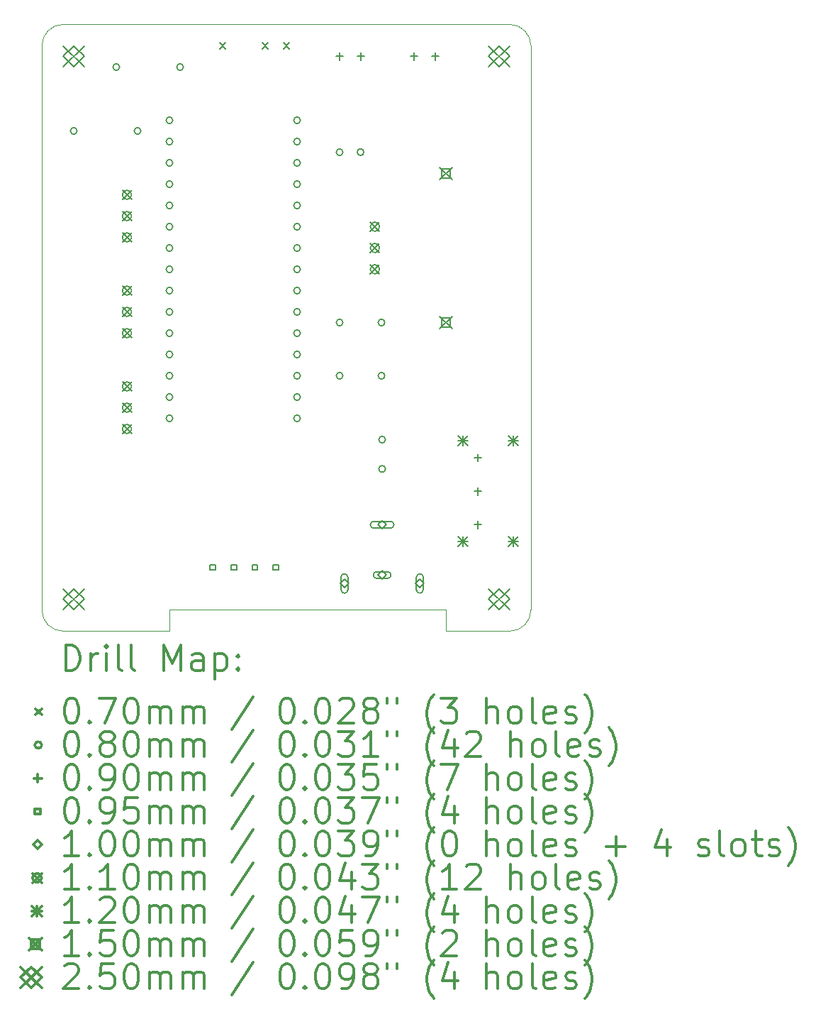
<source format=gbr>
%FSLAX45Y45*%
G04 Gerber Fmt 4.5, Leading zero omitted, Abs format (unit mm)*
G04 Created by KiCad (PCBNEW (5.1.5)-3) date 2020-02-13 17:55:11*
%MOMM*%
%LPD*%
G04 APERTURE LIST*
%TA.AperFunction,Profile*%
%ADD10C,0.050000*%
%TD*%
%ADD11C,0.200000*%
%ADD12C,0.300000*%
G04 APERTURE END LIST*
D10*
X11176000Y-4953000D02*
X16510000Y-4953000D01*
X10922000Y-5207000D02*
G75*
G02X11176000Y-4953000I254000J0D01*
G01*
X10922000Y-11938000D02*
X10922000Y-5207000D01*
X11303000Y-12192000D02*
X11176000Y-12192000D01*
X11176000Y-12192000D02*
G75*
G02X10922000Y-11938000I0J254000D01*
G01*
X12446000Y-12192000D02*
X11303000Y-12192000D01*
X12446000Y-11938000D02*
X12446000Y-12192000D01*
X14224000Y-11938000D02*
X12446000Y-11938000D01*
X15748000Y-11938000D02*
X14224000Y-11938000D01*
X15748000Y-12192000D02*
X15748000Y-11938000D01*
X16510000Y-12192000D02*
X15748000Y-12192000D01*
X16764000Y-5207000D02*
X16764000Y-11938000D01*
X16764000Y-11938000D02*
G75*
G02X16510000Y-12192000I-254000J0D01*
G01*
X16510000Y-4953000D02*
G75*
G02X16764000Y-5207000I0J-254000D01*
G01*
D11*
X13046000Y-5172000D02*
X13116000Y-5242000D01*
X13116000Y-5172000D02*
X13046000Y-5242000D01*
X13554000Y-5172000D02*
X13624000Y-5242000D01*
X13624000Y-5172000D02*
X13554000Y-5242000D01*
X13808000Y-5172000D02*
X13878000Y-5242000D01*
X13878000Y-5172000D02*
X13808000Y-5242000D01*
X14518000Y-9144000D02*
G75*
G03X14518000Y-9144000I-40000J0D01*
G01*
X15018000Y-9144000D02*
G75*
G03X15018000Y-9144000I-40000J0D01*
G01*
X12486000Y-6096000D02*
G75*
G03X12486000Y-6096000I-40000J0D01*
G01*
X12486000Y-6350000D02*
G75*
G03X12486000Y-6350000I-40000J0D01*
G01*
X12486000Y-6604000D02*
G75*
G03X12486000Y-6604000I-40000J0D01*
G01*
X12486000Y-6858000D02*
G75*
G03X12486000Y-6858000I-40000J0D01*
G01*
X12486000Y-7112000D02*
G75*
G03X12486000Y-7112000I-40000J0D01*
G01*
X12486000Y-7366000D02*
G75*
G03X12486000Y-7366000I-40000J0D01*
G01*
X12486000Y-7620000D02*
G75*
G03X12486000Y-7620000I-40000J0D01*
G01*
X12486000Y-7874000D02*
G75*
G03X12486000Y-7874000I-40000J0D01*
G01*
X12486000Y-8128000D02*
G75*
G03X12486000Y-8128000I-40000J0D01*
G01*
X12486000Y-8382000D02*
G75*
G03X12486000Y-8382000I-40000J0D01*
G01*
X12486000Y-8636000D02*
G75*
G03X12486000Y-8636000I-40000J0D01*
G01*
X12486000Y-8890000D02*
G75*
G03X12486000Y-8890000I-40000J0D01*
G01*
X12486000Y-9144000D02*
G75*
G03X12486000Y-9144000I-40000J0D01*
G01*
X12486000Y-9398000D02*
G75*
G03X12486000Y-9398000I-40000J0D01*
G01*
X12486000Y-9652000D02*
G75*
G03X12486000Y-9652000I-40000J0D01*
G01*
X14010000Y-6096000D02*
G75*
G03X14010000Y-6096000I-40000J0D01*
G01*
X14010000Y-6350000D02*
G75*
G03X14010000Y-6350000I-40000J0D01*
G01*
X14010000Y-6604000D02*
G75*
G03X14010000Y-6604000I-40000J0D01*
G01*
X14010000Y-6858000D02*
G75*
G03X14010000Y-6858000I-40000J0D01*
G01*
X14010000Y-7112000D02*
G75*
G03X14010000Y-7112000I-40000J0D01*
G01*
X14010000Y-7366000D02*
G75*
G03X14010000Y-7366000I-40000J0D01*
G01*
X14010000Y-7620000D02*
G75*
G03X14010000Y-7620000I-40000J0D01*
G01*
X14010000Y-7874000D02*
G75*
G03X14010000Y-7874000I-40000J0D01*
G01*
X14010000Y-8128000D02*
G75*
G03X14010000Y-8128000I-40000J0D01*
G01*
X14010000Y-8382000D02*
G75*
G03X14010000Y-8382000I-40000J0D01*
G01*
X14010000Y-8636000D02*
G75*
G03X14010000Y-8636000I-40000J0D01*
G01*
X14010000Y-8890000D02*
G75*
G03X14010000Y-8890000I-40000J0D01*
G01*
X14010000Y-9144000D02*
G75*
G03X14010000Y-9144000I-40000J0D01*
G01*
X14010000Y-9398000D02*
G75*
G03X14010000Y-9398000I-40000J0D01*
G01*
X14010000Y-9652000D02*
G75*
G03X14010000Y-9652000I-40000J0D01*
G01*
X11343000Y-6223000D02*
G75*
G03X11343000Y-6223000I-40000J0D01*
G01*
X12105000Y-6223000D02*
G75*
G03X12105000Y-6223000I-40000J0D01*
G01*
X14518000Y-6477000D02*
G75*
G03X14518000Y-6477000I-40000J0D01*
G01*
X14768000Y-6477000D02*
G75*
G03X14768000Y-6477000I-40000J0D01*
G01*
X15026000Y-9906000D02*
G75*
G03X15026000Y-9906000I-40000J0D01*
G01*
X15026000Y-10256000D02*
G75*
G03X15026000Y-10256000I-40000J0D01*
G01*
X11851000Y-5461000D02*
G75*
G03X11851000Y-5461000I-40000J0D01*
G01*
X12613000Y-5461000D02*
G75*
G03X12613000Y-5461000I-40000J0D01*
G01*
X14518000Y-8509000D02*
G75*
G03X14518000Y-8509000I-40000J0D01*
G01*
X15018000Y-8509000D02*
G75*
G03X15018000Y-8509000I-40000J0D01*
G01*
X14478000Y-5289000D02*
X14478000Y-5379000D01*
X14433000Y-5334000D02*
X14523000Y-5334000D01*
X14732000Y-5289000D02*
X14732000Y-5379000D01*
X14687000Y-5334000D02*
X14777000Y-5334000D01*
X15367000Y-5289000D02*
X15367000Y-5379000D01*
X15322000Y-5334000D02*
X15412000Y-5334000D01*
X15621000Y-5289000D02*
X15621000Y-5379000D01*
X15576000Y-5334000D02*
X15666000Y-5334000D01*
X16129000Y-10077000D02*
X16129000Y-10167000D01*
X16084000Y-10122000D02*
X16174000Y-10122000D01*
X16129000Y-10477000D02*
X16129000Y-10567000D01*
X16084000Y-10522000D02*
X16174000Y-10522000D01*
X16129000Y-10877000D02*
X16129000Y-10967000D01*
X16084000Y-10922000D02*
X16174000Y-10922000D01*
X12999588Y-11463588D02*
X12999588Y-11396412D01*
X12932412Y-11396412D01*
X12932412Y-11463588D01*
X12999588Y-11463588D01*
X13249588Y-11463588D02*
X13249588Y-11396412D01*
X13182412Y-11396412D01*
X13182412Y-11463588D01*
X13249588Y-11463588D01*
X13499588Y-11463588D02*
X13499588Y-11396412D01*
X13432412Y-11396412D01*
X13432412Y-11463588D01*
X13499588Y-11463588D01*
X13749588Y-11463588D02*
X13749588Y-11396412D01*
X13682412Y-11396412D01*
X13682412Y-11463588D01*
X13749588Y-11463588D01*
X14536000Y-11672000D02*
X14586000Y-11622000D01*
X14536000Y-11572000D01*
X14486000Y-11622000D01*
X14536000Y-11672000D01*
X14496000Y-11547000D02*
X14496000Y-11697000D01*
X14576000Y-11547000D02*
X14576000Y-11697000D01*
X14496000Y-11697000D02*
G75*
G03X14576000Y-11697000I40000J0D01*
G01*
X14576000Y-11547000D02*
G75*
G03X14496000Y-11547000I-40000J0D01*
G01*
X14986000Y-10972000D02*
X15036000Y-10922000D01*
X14986000Y-10872000D01*
X14936000Y-10922000D01*
X14986000Y-10972000D01*
X14886000Y-10962000D02*
X15086000Y-10962000D01*
X14886000Y-10882000D02*
X15086000Y-10882000D01*
X15086000Y-10962000D02*
G75*
G03X15086000Y-10882000I0J40000D01*
G01*
X14886000Y-10882000D02*
G75*
G03X14886000Y-10962000I0J-40000D01*
G01*
X14986000Y-11572000D02*
X15036000Y-11522000D01*
X14986000Y-11472000D01*
X14936000Y-11522000D01*
X14986000Y-11572000D01*
X14921000Y-11562000D02*
X15051000Y-11562000D01*
X14921000Y-11482000D02*
X15051000Y-11482000D01*
X15051000Y-11562000D02*
G75*
G03X15051000Y-11482000I0J40000D01*
G01*
X14921000Y-11482000D02*
G75*
G03X14921000Y-11562000I0J-40000D01*
G01*
X15436000Y-11672000D02*
X15486000Y-11622000D01*
X15436000Y-11572000D01*
X15386000Y-11622000D01*
X15436000Y-11672000D01*
X15396000Y-11547000D02*
X15396000Y-11697000D01*
X15476000Y-11547000D02*
X15476000Y-11697000D01*
X15396000Y-11697000D02*
G75*
G03X15476000Y-11697000I40000J0D01*
G01*
X15476000Y-11547000D02*
G75*
G03X15396000Y-11547000I-40000J0D01*
G01*
X11883000Y-9216000D02*
X11993000Y-9326000D01*
X11993000Y-9216000D02*
X11883000Y-9326000D01*
X11993000Y-9271000D02*
G75*
G03X11993000Y-9271000I-55000J0D01*
G01*
X11883000Y-9470000D02*
X11993000Y-9580000D01*
X11993000Y-9470000D02*
X11883000Y-9580000D01*
X11993000Y-9525000D02*
G75*
G03X11993000Y-9525000I-55000J0D01*
G01*
X11883000Y-9724000D02*
X11993000Y-9834000D01*
X11993000Y-9724000D02*
X11883000Y-9834000D01*
X11993000Y-9779000D02*
G75*
G03X11993000Y-9779000I-55000J0D01*
G01*
X11883000Y-6930000D02*
X11993000Y-7040000D01*
X11993000Y-6930000D02*
X11883000Y-7040000D01*
X11993000Y-6985000D02*
G75*
G03X11993000Y-6985000I-55000J0D01*
G01*
X11883000Y-7184000D02*
X11993000Y-7294000D01*
X11993000Y-7184000D02*
X11883000Y-7294000D01*
X11993000Y-7239000D02*
G75*
G03X11993000Y-7239000I-55000J0D01*
G01*
X11883000Y-7438000D02*
X11993000Y-7548000D01*
X11993000Y-7438000D02*
X11883000Y-7548000D01*
X11993000Y-7493000D02*
G75*
G03X11993000Y-7493000I-55000J0D01*
G01*
X14845000Y-7311000D02*
X14955000Y-7421000D01*
X14955000Y-7311000D02*
X14845000Y-7421000D01*
X14955000Y-7366000D02*
G75*
G03X14955000Y-7366000I-55000J0D01*
G01*
X14845000Y-7565000D02*
X14955000Y-7675000D01*
X14955000Y-7565000D02*
X14845000Y-7675000D01*
X14955000Y-7620000D02*
G75*
G03X14955000Y-7620000I-55000J0D01*
G01*
X14845000Y-7819000D02*
X14955000Y-7929000D01*
X14955000Y-7819000D02*
X14845000Y-7929000D01*
X14955000Y-7874000D02*
G75*
G03X14955000Y-7874000I-55000J0D01*
G01*
X11883000Y-8073000D02*
X11993000Y-8183000D01*
X11993000Y-8073000D02*
X11883000Y-8183000D01*
X11993000Y-8128000D02*
G75*
G03X11993000Y-8128000I-55000J0D01*
G01*
X11883000Y-8327000D02*
X11993000Y-8437000D01*
X11993000Y-8327000D02*
X11883000Y-8437000D01*
X11993000Y-8382000D02*
G75*
G03X11993000Y-8382000I-55000J0D01*
G01*
X11883000Y-8581000D02*
X11993000Y-8691000D01*
X11993000Y-8581000D02*
X11883000Y-8691000D01*
X11993000Y-8636000D02*
G75*
G03X11993000Y-8636000I-55000J0D01*
G01*
X15894000Y-9862000D02*
X16014000Y-9982000D01*
X16014000Y-9862000D02*
X15894000Y-9982000D01*
X15954000Y-9862000D02*
X15954000Y-9982000D01*
X15894000Y-9922000D02*
X16014000Y-9922000D01*
X15894000Y-11062000D02*
X16014000Y-11182000D01*
X16014000Y-11062000D02*
X15894000Y-11182000D01*
X15954000Y-11062000D02*
X15954000Y-11182000D01*
X15894000Y-11122000D02*
X16014000Y-11122000D01*
X16494000Y-9862000D02*
X16614000Y-9982000D01*
X16614000Y-9862000D02*
X16494000Y-9982000D01*
X16554000Y-9862000D02*
X16554000Y-9982000D01*
X16494000Y-9922000D02*
X16614000Y-9922000D01*
X16494000Y-11062000D02*
X16614000Y-11182000D01*
X16614000Y-11062000D02*
X16494000Y-11182000D01*
X16554000Y-11062000D02*
X16554000Y-11182000D01*
X16494000Y-11122000D02*
X16614000Y-11122000D01*
X15673000Y-6655000D02*
X15823000Y-6805000D01*
X15823000Y-6655000D02*
X15673000Y-6805000D01*
X15801033Y-6783033D02*
X15801033Y-6676966D01*
X15694966Y-6676966D01*
X15694966Y-6783033D01*
X15801033Y-6783033D01*
X15673000Y-8435000D02*
X15823000Y-8585000D01*
X15823000Y-8435000D02*
X15673000Y-8585000D01*
X15801033Y-8563034D02*
X15801033Y-8456967D01*
X15694966Y-8456967D01*
X15694966Y-8563034D01*
X15801033Y-8563034D01*
X11178000Y-5209000D02*
X11428000Y-5459000D01*
X11428000Y-5209000D02*
X11178000Y-5459000D01*
X11303000Y-5459000D02*
X11428000Y-5334000D01*
X11303000Y-5209000D01*
X11178000Y-5334000D01*
X11303000Y-5459000D01*
X16258000Y-5209000D02*
X16508000Y-5459000D01*
X16508000Y-5209000D02*
X16258000Y-5459000D01*
X16383000Y-5459000D02*
X16508000Y-5334000D01*
X16383000Y-5209000D01*
X16258000Y-5334000D01*
X16383000Y-5459000D01*
X11178000Y-11686000D02*
X11428000Y-11936000D01*
X11428000Y-11686000D02*
X11178000Y-11936000D01*
X11303000Y-11936000D02*
X11428000Y-11811000D01*
X11303000Y-11686000D01*
X11178000Y-11811000D01*
X11303000Y-11936000D01*
X16258000Y-11686000D02*
X16508000Y-11936000D01*
X16508000Y-11686000D02*
X16258000Y-11936000D01*
X16383000Y-11936000D02*
X16508000Y-11811000D01*
X16383000Y-11686000D01*
X16258000Y-11811000D01*
X16383000Y-11936000D01*
D12*
X11205928Y-12660214D02*
X11205928Y-12360214D01*
X11277357Y-12360214D01*
X11320214Y-12374500D01*
X11348786Y-12403071D01*
X11363071Y-12431643D01*
X11377357Y-12488786D01*
X11377357Y-12531643D01*
X11363071Y-12588786D01*
X11348786Y-12617357D01*
X11320214Y-12645929D01*
X11277357Y-12660214D01*
X11205928Y-12660214D01*
X11505928Y-12660214D02*
X11505928Y-12460214D01*
X11505928Y-12517357D02*
X11520214Y-12488786D01*
X11534500Y-12474500D01*
X11563071Y-12460214D01*
X11591643Y-12460214D01*
X11691643Y-12660214D02*
X11691643Y-12460214D01*
X11691643Y-12360214D02*
X11677357Y-12374500D01*
X11691643Y-12388786D01*
X11705928Y-12374500D01*
X11691643Y-12360214D01*
X11691643Y-12388786D01*
X11877357Y-12660214D02*
X11848786Y-12645929D01*
X11834500Y-12617357D01*
X11834500Y-12360214D01*
X12034500Y-12660214D02*
X12005928Y-12645929D01*
X11991643Y-12617357D01*
X11991643Y-12360214D01*
X12377357Y-12660214D02*
X12377357Y-12360214D01*
X12477357Y-12574500D01*
X12577357Y-12360214D01*
X12577357Y-12660214D01*
X12848786Y-12660214D02*
X12848786Y-12503071D01*
X12834500Y-12474500D01*
X12805928Y-12460214D01*
X12748786Y-12460214D01*
X12720214Y-12474500D01*
X12848786Y-12645929D02*
X12820214Y-12660214D01*
X12748786Y-12660214D01*
X12720214Y-12645929D01*
X12705928Y-12617357D01*
X12705928Y-12588786D01*
X12720214Y-12560214D01*
X12748786Y-12545929D01*
X12820214Y-12545929D01*
X12848786Y-12531643D01*
X12991643Y-12460214D02*
X12991643Y-12760214D01*
X12991643Y-12474500D02*
X13020214Y-12460214D01*
X13077357Y-12460214D01*
X13105928Y-12474500D01*
X13120214Y-12488786D01*
X13134500Y-12517357D01*
X13134500Y-12603071D01*
X13120214Y-12631643D01*
X13105928Y-12645929D01*
X13077357Y-12660214D01*
X13020214Y-12660214D01*
X12991643Y-12645929D01*
X13263071Y-12631643D02*
X13277357Y-12645929D01*
X13263071Y-12660214D01*
X13248786Y-12645929D01*
X13263071Y-12631643D01*
X13263071Y-12660214D01*
X13263071Y-12474500D02*
X13277357Y-12488786D01*
X13263071Y-12503071D01*
X13248786Y-12488786D01*
X13263071Y-12474500D01*
X13263071Y-12503071D01*
X10849500Y-13119500D02*
X10919500Y-13189500D01*
X10919500Y-13119500D02*
X10849500Y-13189500D01*
X11263071Y-12990214D02*
X11291643Y-12990214D01*
X11320214Y-13004500D01*
X11334500Y-13018786D01*
X11348786Y-13047357D01*
X11363071Y-13104500D01*
X11363071Y-13175929D01*
X11348786Y-13233071D01*
X11334500Y-13261643D01*
X11320214Y-13275929D01*
X11291643Y-13290214D01*
X11263071Y-13290214D01*
X11234500Y-13275929D01*
X11220214Y-13261643D01*
X11205928Y-13233071D01*
X11191643Y-13175929D01*
X11191643Y-13104500D01*
X11205928Y-13047357D01*
X11220214Y-13018786D01*
X11234500Y-13004500D01*
X11263071Y-12990214D01*
X11491643Y-13261643D02*
X11505928Y-13275929D01*
X11491643Y-13290214D01*
X11477357Y-13275929D01*
X11491643Y-13261643D01*
X11491643Y-13290214D01*
X11605928Y-12990214D02*
X11805928Y-12990214D01*
X11677357Y-13290214D01*
X11977357Y-12990214D02*
X12005928Y-12990214D01*
X12034500Y-13004500D01*
X12048786Y-13018786D01*
X12063071Y-13047357D01*
X12077357Y-13104500D01*
X12077357Y-13175929D01*
X12063071Y-13233071D01*
X12048786Y-13261643D01*
X12034500Y-13275929D01*
X12005928Y-13290214D01*
X11977357Y-13290214D01*
X11948786Y-13275929D01*
X11934500Y-13261643D01*
X11920214Y-13233071D01*
X11905928Y-13175929D01*
X11905928Y-13104500D01*
X11920214Y-13047357D01*
X11934500Y-13018786D01*
X11948786Y-13004500D01*
X11977357Y-12990214D01*
X12205928Y-13290214D02*
X12205928Y-13090214D01*
X12205928Y-13118786D02*
X12220214Y-13104500D01*
X12248786Y-13090214D01*
X12291643Y-13090214D01*
X12320214Y-13104500D01*
X12334500Y-13133071D01*
X12334500Y-13290214D01*
X12334500Y-13133071D02*
X12348786Y-13104500D01*
X12377357Y-13090214D01*
X12420214Y-13090214D01*
X12448786Y-13104500D01*
X12463071Y-13133071D01*
X12463071Y-13290214D01*
X12605928Y-13290214D02*
X12605928Y-13090214D01*
X12605928Y-13118786D02*
X12620214Y-13104500D01*
X12648786Y-13090214D01*
X12691643Y-13090214D01*
X12720214Y-13104500D01*
X12734500Y-13133071D01*
X12734500Y-13290214D01*
X12734500Y-13133071D02*
X12748786Y-13104500D01*
X12777357Y-13090214D01*
X12820214Y-13090214D01*
X12848786Y-13104500D01*
X12863071Y-13133071D01*
X12863071Y-13290214D01*
X13448786Y-12975929D02*
X13191643Y-13361643D01*
X13834500Y-12990214D02*
X13863071Y-12990214D01*
X13891643Y-13004500D01*
X13905928Y-13018786D01*
X13920214Y-13047357D01*
X13934500Y-13104500D01*
X13934500Y-13175929D01*
X13920214Y-13233071D01*
X13905928Y-13261643D01*
X13891643Y-13275929D01*
X13863071Y-13290214D01*
X13834500Y-13290214D01*
X13805928Y-13275929D01*
X13791643Y-13261643D01*
X13777357Y-13233071D01*
X13763071Y-13175929D01*
X13763071Y-13104500D01*
X13777357Y-13047357D01*
X13791643Y-13018786D01*
X13805928Y-13004500D01*
X13834500Y-12990214D01*
X14063071Y-13261643D02*
X14077357Y-13275929D01*
X14063071Y-13290214D01*
X14048786Y-13275929D01*
X14063071Y-13261643D01*
X14063071Y-13290214D01*
X14263071Y-12990214D02*
X14291643Y-12990214D01*
X14320214Y-13004500D01*
X14334500Y-13018786D01*
X14348786Y-13047357D01*
X14363071Y-13104500D01*
X14363071Y-13175929D01*
X14348786Y-13233071D01*
X14334500Y-13261643D01*
X14320214Y-13275929D01*
X14291643Y-13290214D01*
X14263071Y-13290214D01*
X14234500Y-13275929D01*
X14220214Y-13261643D01*
X14205928Y-13233071D01*
X14191643Y-13175929D01*
X14191643Y-13104500D01*
X14205928Y-13047357D01*
X14220214Y-13018786D01*
X14234500Y-13004500D01*
X14263071Y-12990214D01*
X14477357Y-13018786D02*
X14491643Y-13004500D01*
X14520214Y-12990214D01*
X14591643Y-12990214D01*
X14620214Y-13004500D01*
X14634500Y-13018786D01*
X14648786Y-13047357D01*
X14648786Y-13075929D01*
X14634500Y-13118786D01*
X14463071Y-13290214D01*
X14648786Y-13290214D01*
X14820214Y-13118786D02*
X14791643Y-13104500D01*
X14777357Y-13090214D01*
X14763071Y-13061643D01*
X14763071Y-13047357D01*
X14777357Y-13018786D01*
X14791643Y-13004500D01*
X14820214Y-12990214D01*
X14877357Y-12990214D01*
X14905928Y-13004500D01*
X14920214Y-13018786D01*
X14934500Y-13047357D01*
X14934500Y-13061643D01*
X14920214Y-13090214D01*
X14905928Y-13104500D01*
X14877357Y-13118786D01*
X14820214Y-13118786D01*
X14791643Y-13133071D01*
X14777357Y-13147357D01*
X14763071Y-13175929D01*
X14763071Y-13233071D01*
X14777357Y-13261643D01*
X14791643Y-13275929D01*
X14820214Y-13290214D01*
X14877357Y-13290214D01*
X14905928Y-13275929D01*
X14920214Y-13261643D01*
X14934500Y-13233071D01*
X14934500Y-13175929D01*
X14920214Y-13147357D01*
X14905928Y-13133071D01*
X14877357Y-13118786D01*
X15048786Y-12990214D02*
X15048786Y-13047357D01*
X15163071Y-12990214D02*
X15163071Y-13047357D01*
X15605928Y-13404500D02*
X15591643Y-13390214D01*
X15563071Y-13347357D01*
X15548786Y-13318786D01*
X15534500Y-13275929D01*
X15520214Y-13204500D01*
X15520214Y-13147357D01*
X15534500Y-13075929D01*
X15548786Y-13033071D01*
X15563071Y-13004500D01*
X15591643Y-12961643D01*
X15605928Y-12947357D01*
X15691643Y-12990214D02*
X15877357Y-12990214D01*
X15777357Y-13104500D01*
X15820214Y-13104500D01*
X15848786Y-13118786D01*
X15863071Y-13133071D01*
X15877357Y-13161643D01*
X15877357Y-13233071D01*
X15863071Y-13261643D01*
X15848786Y-13275929D01*
X15820214Y-13290214D01*
X15734500Y-13290214D01*
X15705928Y-13275929D01*
X15691643Y-13261643D01*
X16234500Y-13290214D02*
X16234500Y-12990214D01*
X16363071Y-13290214D02*
X16363071Y-13133071D01*
X16348786Y-13104500D01*
X16320214Y-13090214D01*
X16277357Y-13090214D01*
X16248786Y-13104500D01*
X16234500Y-13118786D01*
X16548786Y-13290214D02*
X16520214Y-13275929D01*
X16505928Y-13261643D01*
X16491643Y-13233071D01*
X16491643Y-13147357D01*
X16505928Y-13118786D01*
X16520214Y-13104500D01*
X16548786Y-13090214D01*
X16591643Y-13090214D01*
X16620214Y-13104500D01*
X16634500Y-13118786D01*
X16648786Y-13147357D01*
X16648786Y-13233071D01*
X16634500Y-13261643D01*
X16620214Y-13275929D01*
X16591643Y-13290214D01*
X16548786Y-13290214D01*
X16820214Y-13290214D02*
X16791643Y-13275929D01*
X16777357Y-13247357D01*
X16777357Y-12990214D01*
X17048786Y-13275929D02*
X17020214Y-13290214D01*
X16963071Y-13290214D01*
X16934500Y-13275929D01*
X16920214Y-13247357D01*
X16920214Y-13133071D01*
X16934500Y-13104500D01*
X16963071Y-13090214D01*
X17020214Y-13090214D01*
X17048786Y-13104500D01*
X17063071Y-13133071D01*
X17063071Y-13161643D01*
X16920214Y-13190214D01*
X17177357Y-13275929D02*
X17205928Y-13290214D01*
X17263071Y-13290214D01*
X17291643Y-13275929D01*
X17305928Y-13247357D01*
X17305928Y-13233071D01*
X17291643Y-13204500D01*
X17263071Y-13190214D01*
X17220214Y-13190214D01*
X17191643Y-13175929D01*
X17177357Y-13147357D01*
X17177357Y-13133071D01*
X17191643Y-13104500D01*
X17220214Y-13090214D01*
X17263071Y-13090214D01*
X17291643Y-13104500D01*
X17405928Y-13404500D02*
X17420214Y-13390214D01*
X17448786Y-13347357D01*
X17463071Y-13318786D01*
X17477357Y-13275929D01*
X17491643Y-13204500D01*
X17491643Y-13147357D01*
X17477357Y-13075929D01*
X17463071Y-13033071D01*
X17448786Y-13004500D01*
X17420214Y-12961643D01*
X17405928Y-12947357D01*
X10919500Y-13550500D02*
G75*
G03X10919500Y-13550500I-40000J0D01*
G01*
X11263071Y-13386214D02*
X11291643Y-13386214D01*
X11320214Y-13400500D01*
X11334500Y-13414786D01*
X11348786Y-13443357D01*
X11363071Y-13500500D01*
X11363071Y-13571929D01*
X11348786Y-13629071D01*
X11334500Y-13657643D01*
X11320214Y-13671929D01*
X11291643Y-13686214D01*
X11263071Y-13686214D01*
X11234500Y-13671929D01*
X11220214Y-13657643D01*
X11205928Y-13629071D01*
X11191643Y-13571929D01*
X11191643Y-13500500D01*
X11205928Y-13443357D01*
X11220214Y-13414786D01*
X11234500Y-13400500D01*
X11263071Y-13386214D01*
X11491643Y-13657643D02*
X11505928Y-13671929D01*
X11491643Y-13686214D01*
X11477357Y-13671929D01*
X11491643Y-13657643D01*
X11491643Y-13686214D01*
X11677357Y-13514786D02*
X11648786Y-13500500D01*
X11634500Y-13486214D01*
X11620214Y-13457643D01*
X11620214Y-13443357D01*
X11634500Y-13414786D01*
X11648786Y-13400500D01*
X11677357Y-13386214D01*
X11734500Y-13386214D01*
X11763071Y-13400500D01*
X11777357Y-13414786D01*
X11791643Y-13443357D01*
X11791643Y-13457643D01*
X11777357Y-13486214D01*
X11763071Y-13500500D01*
X11734500Y-13514786D01*
X11677357Y-13514786D01*
X11648786Y-13529071D01*
X11634500Y-13543357D01*
X11620214Y-13571929D01*
X11620214Y-13629071D01*
X11634500Y-13657643D01*
X11648786Y-13671929D01*
X11677357Y-13686214D01*
X11734500Y-13686214D01*
X11763071Y-13671929D01*
X11777357Y-13657643D01*
X11791643Y-13629071D01*
X11791643Y-13571929D01*
X11777357Y-13543357D01*
X11763071Y-13529071D01*
X11734500Y-13514786D01*
X11977357Y-13386214D02*
X12005928Y-13386214D01*
X12034500Y-13400500D01*
X12048786Y-13414786D01*
X12063071Y-13443357D01*
X12077357Y-13500500D01*
X12077357Y-13571929D01*
X12063071Y-13629071D01*
X12048786Y-13657643D01*
X12034500Y-13671929D01*
X12005928Y-13686214D01*
X11977357Y-13686214D01*
X11948786Y-13671929D01*
X11934500Y-13657643D01*
X11920214Y-13629071D01*
X11905928Y-13571929D01*
X11905928Y-13500500D01*
X11920214Y-13443357D01*
X11934500Y-13414786D01*
X11948786Y-13400500D01*
X11977357Y-13386214D01*
X12205928Y-13686214D02*
X12205928Y-13486214D01*
X12205928Y-13514786D02*
X12220214Y-13500500D01*
X12248786Y-13486214D01*
X12291643Y-13486214D01*
X12320214Y-13500500D01*
X12334500Y-13529071D01*
X12334500Y-13686214D01*
X12334500Y-13529071D02*
X12348786Y-13500500D01*
X12377357Y-13486214D01*
X12420214Y-13486214D01*
X12448786Y-13500500D01*
X12463071Y-13529071D01*
X12463071Y-13686214D01*
X12605928Y-13686214D02*
X12605928Y-13486214D01*
X12605928Y-13514786D02*
X12620214Y-13500500D01*
X12648786Y-13486214D01*
X12691643Y-13486214D01*
X12720214Y-13500500D01*
X12734500Y-13529071D01*
X12734500Y-13686214D01*
X12734500Y-13529071D02*
X12748786Y-13500500D01*
X12777357Y-13486214D01*
X12820214Y-13486214D01*
X12848786Y-13500500D01*
X12863071Y-13529071D01*
X12863071Y-13686214D01*
X13448786Y-13371929D02*
X13191643Y-13757643D01*
X13834500Y-13386214D02*
X13863071Y-13386214D01*
X13891643Y-13400500D01*
X13905928Y-13414786D01*
X13920214Y-13443357D01*
X13934500Y-13500500D01*
X13934500Y-13571929D01*
X13920214Y-13629071D01*
X13905928Y-13657643D01*
X13891643Y-13671929D01*
X13863071Y-13686214D01*
X13834500Y-13686214D01*
X13805928Y-13671929D01*
X13791643Y-13657643D01*
X13777357Y-13629071D01*
X13763071Y-13571929D01*
X13763071Y-13500500D01*
X13777357Y-13443357D01*
X13791643Y-13414786D01*
X13805928Y-13400500D01*
X13834500Y-13386214D01*
X14063071Y-13657643D02*
X14077357Y-13671929D01*
X14063071Y-13686214D01*
X14048786Y-13671929D01*
X14063071Y-13657643D01*
X14063071Y-13686214D01*
X14263071Y-13386214D02*
X14291643Y-13386214D01*
X14320214Y-13400500D01*
X14334500Y-13414786D01*
X14348786Y-13443357D01*
X14363071Y-13500500D01*
X14363071Y-13571929D01*
X14348786Y-13629071D01*
X14334500Y-13657643D01*
X14320214Y-13671929D01*
X14291643Y-13686214D01*
X14263071Y-13686214D01*
X14234500Y-13671929D01*
X14220214Y-13657643D01*
X14205928Y-13629071D01*
X14191643Y-13571929D01*
X14191643Y-13500500D01*
X14205928Y-13443357D01*
X14220214Y-13414786D01*
X14234500Y-13400500D01*
X14263071Y-13386214D01*
X14463071Y-13386214D02*
X14648786Y-13386214D01*
X14548786Y-13500500D01*
X14591643Y-13500500D01*
X14620214Y-13514786D01*
X14634500Y-13529071D01*
X14648786Y-13557643D01*
X14648786Y-13629071D01*
X14634500Y-13657643D01*
X14620214Y-13671929D01*
X14591643Y-13686214D01*
X14505928Y-13686214D01*
X14477357Y-13671929D01*
X14463071Y-13657643D01*
X14934500Y-13686214D02*
X14763071Y-13686214D01*
X14848786Y-13686214D02*
X14848786Y-13386214D01*
X14820214Y-13429071D01*
X14791643Y-13457643D01*
X14763071Y-13471929D01*
X15048786Y-13386214D02*
X15048786Y-13443357D01*
X15163071Y-13386214D02*
X15163071Y-13443357D01*
X15605928Y-13800500D02*
X15591643Y-13786214D01*
X15563071Y-13743357D01*
X15548786Y-13714786D01*
X15534500Y-13671929D01*
X15520214Y-13600500D01*
X15520214Y-13543357D01*
X15534500Y-13471929D01*
X15548786Y-13429071D01*
X15563071Y-13400500D01*
X15591643Y-13357643D01*
X15605928Y-13343357D01*
X15848786Y-13486214D02*
X15848786Y-13686214D01*
X15777357Y-13371929D02*
X15705928Y-13586214D01*
X15891643Y-13586214D01*
X15991643Y-13414786D02*
X16005928Y-13400500D01*
X16034500Y-13386214D01*
X16105928Y-13386214D01*
X16134500Y-13400500D01*
X16148786Y-13414786D01*
X16163071Y-13443357D01*
X16163071Y-13471929D01*
X16148786Y-13514786D01*
X15977357Y-13686214D01*
X16163071Y-13686214D01*
X16520214Y-13686214D02*
X16520214Y-13386214D01*
X16648786Y-13686214D02*
X16648786Y-13529071D01*
X16634500Y-13500500D01*
X16605928Y-13486214D01*
X16563071Y-13486214D01*
X16534500Y-13500500D01*
X16520214Y-13514786D01*
X16834500Y-13686214D02*
X16805928Y-13671929D01*
X16791643Y-13657643D01*
X16777357Y-13629071D01*
X16777357Y-13543357D01*
X16791643Y-13514786D01*
X16805928Y-13500500D01*
X16834500Y-13486214D01*
X16877357Y-13486214D01*
X16905928Y-13500500D01*
X16920214Y-13514786D01*
X16934500Y-13543357D01*
X16934500Y-13629071D01*
X16920214Y-13657643D01*
X16905928Y-13671929D01*
X16877357Y-13686214D01*
X16834500Y-13686214D01*
X17105928Y-13686214D02*
X17077357Y-13671929D01*
X17063071Y-13643357D01*
X17063071Y-13386214D01*
X17334500Y-13671929D02*
X17305928Y-13686214D01*
X17248786Y-13686214D01*
X17220214Y-13671929D01*
X17205928Y-13643357D01*
X17205928Y-13529071D01*
X17220214Y-13500500D01*
X17248786Y-13486214D01*
X17305928Y-13486214D01*
X17334500Y-13500500D01*
X17348786Y-13529071D01*
X17348786Y-13557643D01*
X17205928Y-13586214D01*
X17463071Y-13671929D02*
X17491643Y-13686214D01*
X17548786Y-13686214D01*
X17577357Y-13671929D01*
X17591643Y-13643357D01*
X17591643Y-13629071D01*
X17577357Y-13600500D01*
X17548786Y-13586214D01*
X17505928Y-13586214D01*
X17477357Y-13571929D01*
X17463071Y-13543357D01*
X17463071Y-13529071D01*
X17477357Y-13500500D01*
X17505928Y-13486214D01*
X17548786Y-13486214D01*
X17577357Y-13500500D01*
X17691643Y-13800500D02*
X17705928Y-13786214D01*
X17734500Y-13743357D01*
X17748786Y-13714786D01*
X17763071Y-13671929D01*
X17777357Y-13600500D01*
X17777357Y-13543357D01*
X17763071Y-13471929D01*
X17748786Y-13429071D01*
X17734500Y-13400500D01*
X17705928Y-13357643D01*
X17691643Y-13343357D01*
X10874500Y-13901500D02*
X10874500Y-13991500D01*
X10829500Y-13946500D02*
X10919500Y-13946500D01*
X11263071Y-13782214D02*
X11291643Y-13782214D01*
X11320214Y-13796500D01*
X11334500Y-13810786D01*
X11348786Y-13839357D01*
X11363071Y-13896500D01*
X11363071Y-13967929D01*
X11348786Y-14025071D01*
X11334500Y-14053643D01*
X11320214Y-14067929D01*
X11291643Y-14082214D01*
X11263071Y-14082214D01*
X11234500Y-14067929D01*
X11220214Y-14053643D01*
X11205928Y-14025071D01*
X11191643Y-13967929D01*
X11191643Y-13896500D01*
X11205928Y-13839357D01*
X11220214Y-13810786D01*
X11234500Y-13796500D01*
X11263071Y-13782214D01*
X11491643Y-14053643D02*
X11505928Y-14067929D01*
X11491643Y-14082214D01*
X11477357Y-14067929D01*
X11491643Y-14053643D01*
X11491643Y-14082214D01*
X11648786Y-14082214D02*
X11705928Y-14082214D01*
X11734500Y-14067929D01*
X11748786Y-14053643D01*
X11777357Y-14010786D01*
X11791643Y-13953643D01*
X11791643Y-13839357D01*
X11777357Y-13810786D01*
X11763071Y-13796500D01*
X11734500Y-13782214D01*
X11677357Y-13782214D01*
X11648786Y-13796500D01*
X11634500Y-13810786D01*
X11620214Y-13839357D01*
X11620214Y-13910786D01*
X11634500Y-13939357D01*
X11648786Y-13953643D01*
X11677357Y-13967929D01*
X11734500Y-13967929D01*
X11763071Y-13953643D01*
X11777357Y-13939357D01*
X11791643Y-13910786D01*
X11977357Y-13782214D02*
X12005928Y-13782214D01*
X12034500Y-13796500D01*
X12048786Y-13810786D01*
X12063071Y-13839357D01*
X12077357Y-13896500D01*
X12077357Y-13967929D01*
X12063071Y-14025071D01*
X12048786Y-14053643D01*
X12034500Y-14067929D01*
X12005928Y-14082214D01*
X11977357Y-14082214D01*
X11948786Y-14067929D01*
X11934500Y-14053643D01*
X11920214Y-14025071D01*
X11905928Y-13967929D01*
X11905928Y-13896500D01*
X11920214Y-13839357D01*
X11934500Y-13810786D01*
X11948786Y-13796500D01*
X11977357Y-13782214D01*
X12205928Y-14082214D02*
X12205928Y-13882214D01*
X12205928Y-13910786D02*
X12220214Y-13896500D01*
X12248786Y-13882214D01*
X12291643Y-13882214D01*
X12320214Y-13896500D01*
X12334500Y-13925071D01*
X12334500Y-14082214D01*
X12334500Y-13925071D02*
X12348786Y-13896500D01*
X12377357Y-13882214D01*
X12420214Y-13882214D01*
X12448786Y-13896500D01*
X12463071Y-13925071D01*
X12463071Y-14082214D01*
X12605928Y-14082214D02*
X12605928Y-13882214D01*
X12605928Y-13910786D02*
X12620214Y-13896500D01*
X12648786Y-13882214D01*
X12691643Y-13882214D01*
X12720214Y-13896500D01*
X12734500Y-13925071D01*
X12734500Y-14082214D01*
X12734500Y-13925071D02*
X12748786Y-13896500D01*
X12777357Y-13882214D01*
X12820214Y-13882214D01*
X12848786Y-13896500D01*
X12863071Y-13925071D01*
X12863071Y-14082214D01*
X13448786Y-13767929D02*
X13191643Y-14153643D01*
X13834500Y-13782214D02*
X13863071Y-13782214D01*
X13891643Y-13796500D01*
X13905928Y-13810786D01*
X13920214Y-13839357D01*
X13934500Y-13896500D01*
X13934500Y-13967929D01*
X13920214Y-14025071D01*
X13905928Y-14053643D01*
X13891643Y-14067929D01*
X13863071Y-14082214D01*
X13834500Y-14082214D01*
X13805928Y-14067929D01*
X13791643Y-14053643D01*
X13777357Y-14025071D01*
X13763071Y-13967929D01*
X13763071Y-13896500D01*
X13777357Y-13839357D01*
X13791643Y-13810786D01*
X13805928Y-13796500D01*
X13834500Y-13782214D01*
X14063071Y-14053643D02*
X14077357Y-14067929D01*
X14063071Y-14082214D01*
X14048786Y-14067929D01*
X14063071Y-14053643D01*
X14063071Y-14082214D01*
X14263071Y-13782214D02*
X14291643Y-13782214D01*
X14320214Y-13796500D01*
X14334500Y-13810786D01*
X14348786Y-13839357D01*
X14363071Y-13896500D01*
X14363071Y-13967929D01*
X14348786Y-14025071D01*
X14334500Y-14053643D01*
X14320214Y-14067929D01*
X14291643Y-14082214D01*
X14263071Y-14082214D01*
X14234500Y-14067929D01*
X14220214Y-14053643D01*
X14205928Y-14025071D01*
X14191643Y-13967929D01*
X14191643Y-13896500D01*
X14205928Y-13839357D01*
X14220214Y-13810786D01*
X14234500Y-13796500D01*
X14263071Y-13782214D01*
X14463071Y-13782214D02*
X14648786Y-13782214D01*
X14548786Y-13896500D01*
X14591643Y-13896500D01*
X14620214Y-13910786D01*
X14634500Y-13925071D01*
X14648786Y-13953643D01*
X14648786Y-14025071D01*
X14634500Y-14053643D01*
X14620214Y-14067929D01*
X14591643Y-14082214D01*
X14505928Y-14082214D01*
X14477357Y-14067929D01*
X14463071Y-14053643D01*
X14920214Y-13782214D02*
X14777357Y-13782214D01*
X14763071Y-13925071D01*
X14777357Y-13910786D01*
X14805928Y-13896500D01*
X14877357Y-13896500D01*
X14905928Y-13910786D01*
X14920214Y-13925071D01*
X14934500Y-13953643D01*
X14934500Y-14025071D01*
X14920214Y-14053643D01*
X14905928Y-14067929D01*
X14877357Y-14082214D01*
X14805928Y-14082214D01*
X14777357Y-14067929D01*
X14763071Y-14053643D01*
X15048786Y-13782214D02*
X15048786Y-13839357D01*
X15163071Y-13782214D02*
X15163071Y-13839357D01*
X15605928Y-14196500D02*
X15591643Y-14182214D01*
X15563071Y-14139357D01*
X15548786Y-14110786D01*
X15534500Y-14067929D01*
X15520214Y-13996500D01*
X15520214Y-13939357D01*
X15534500Y-13867929D01*
X15548786Y-13825071D01*
X15563071Y-13796500D01*
X15591643Y-13753643D01*
X15605928Y-13739357D01*
X15691643Y-13782214D02*
X15891643Y-13782214D01*
X15763071Y-14082214D01*
X16234500Y-14082214D02*
X16234500Y-13782214D01*
X16363071Y-14082214D02*
X16363071Y-13925071D01*
X16348786Y-13896500D01*
X16320214Y-13882214D01*
X16277357Y-13882214D01*
X16248786Y-13896500D01*
X16234500Y-13910786D01*
X16548786Y-14082214D02*
X16520214Y-14067929D01*
X16505928Y-14053643D01*
X16491643Y-14025071D01*
X16491643Y-13939357D01*
X16505928Y-13910786D01*
X16520214Y-13896500D01*
X16548786Y-13882214D01*
X16591643Y-13882214D01*
X16620214Y-13896500D01*
X16634500Y-13910786D01*
X16648786Y-13939357D01*
X16648786Y-14025071D01*
X16634500Y-14053643D01*
X16620214Y-14067929D01*
X16591643Y-14082214D01*
X16548786Y-14082214D01*
X16820214Y-14082214D02*
X16791643Y-14067929D01*
X16777357Y-14039357D01*
X16777357Y-13782214D01*
X17048786Y-14067929D02*
X17020214Y-14082214D01*
X16963071Y-14082214D01*
X16934500Y-14067929D01*
X16920214Y-14039357D01*
X16920214Y-13925071D01*
X16934500Y-13896500D01*
X16963071Y-13882214D01*
X17020214Y-13882214D01*
X17048786Y-13896500D01*
X17063071Y-13925071D01*
X17063071Y-13953643D01*
X16920214Y-13982214D01*
X17177357Y-14067929D02*
X17205928Y-14082214D01*
X17263071Y-14082214D01*
X17291643Y-14067929D01*
X17305928Y-14039357D01*
X17305928Y-14025071D01*
X17291643Y-13996500D01*
X17263071Y-13982214D01*
X17220214Y-13982214D01*
X17191643Y-13967929D01*
X17177357Y-13939357D01*
X17177357Y-13925071D01*
X17191643Y-13896500D01*
X17220214Y-13882214D01*
X17263071Y-13882214D01*
X17291643Y-13896500D01*
X17405928Y-14196500D02*
X17420214Y-14182214D01*
X17448786Y-14139357D01*
X17463071Y-14110786D01*
X17477357Y-14067929D01*
X17491643Y-13996500D01*
X17491643Y-13939357D01*
X17477357Y-13867929D01*
X17463071Y-13825071D01*
X17448786Y-13796500D01*
X17420214Y-13753643D01*
X17405928Y-13739357D01*
X10905588Y-14376088D02*
X10905588Y-14308912D01*
X10838412Y-14308912D01*
X10838412Y-14376088D01*
X10905588Y-14376088D01*
X11263071Y-14178214D02*
X11291643Y-14178214D01*
X11320214Y-14192500D01*
X11334500Y-14206786D01*
X11348786Y-14235357D01*
X11363071Y-14292500D01*
X11363071Y-14363929D01*
X11348786Y-14421071D01*
X11334500Y-14449643D01*
X11320214Y-14463929D01*
X11291643Y-14478214D01*
X11263071Y-14478214D01*
X11234500Y-14463929D01*
X11220214Y-14449643D01*
X11205928Y-14421071D01*
X11191643Y-14363929D01*
X11191643Y-14292500D01*
X11205928Y-14235357D01*
X11220214Y-14206786D01*
X11234500Y-14192500D01*
X11263071Y-14178214D01*
X11491643Y-14449643D02*
X11505928Y-14463929D01*
X11491643Y-14478214D01*
X11477357Y-14463929D01*
X11491643Y-14449643D01*
X11491643Y-14478214D01*
X11648786Y-14478214D02*
X11705928Y-14478214D01*
X11734500Y-14463929D01*
X11748786Y-14449643D01*
X11777357Y-14406786D01*
X11791643Y-14349643D01*
X11791643Y-14235357D01*
X11777357Y-14206786D01*
X11763071Y-14192500D01*
X11734500Y-14178214D01*
X11677357Y-14178214D01*
X11648786Y-14192500D01*
X11634500Y-14206786D01*
X11620214Y-14235357D01*
X11620214Y-14306786D01*
X11634500Y-14335357D01*
X11648786Y-14349643D01*
X11677357Y-14363929D01*
X11734500Y-14363929D01*
X11763071Y-14349643D01*
X11777357Y-14335357D01*
X11791643Y-14306786D01*
X12063071Y-14178214D02*
X11920214Y-14178214D01*
X11905928Y-14321071D01*
X11920214Y-14306786D01*
X11948786Y-14292500D01*
X12020214Y-14292500D01*
X12048786Y-14306786D01*
X12063071Y-14321071D01*
X12077357Y-14349643D01*
X12077357Y-14421071D01*
X12063071Y-14449643D01*
X12048786Y-14463929D01*
X12020214Y-14478214D01*
X11948786Y-14478214D01*
X11920214Y-14463929D01*
X11905928Y-14449643D01*
X12205928Y-14478214D02*
X12205928Y-14278214D01*
X12205928Y-14306786D02*
X12220214Y-14292500D01*
X12248786Y-14278214D01*
X12291643Y-14278214D01*
X12320214Y-14292500D01*
X12334500Y-14321071D01*
X12334500Y-14478214D01*
X12334500Y-14321071D02*
X12348786Y-14292500D01*
X12377357Y-14278214D01*
X12420214Y-14278214D01*
X12448786Y-14292500D01*
X12463071Y-14321071D01*
X12463071Y-14478214D01*
X12605928Y-14478214D02*
X12605928Y-14278214D01*
X12605928Y-14306786D02*
X12620214Y-14292500D01*
X12648786Y-14278214D01*
X12691643Y-14278214D01*
X12720214Y-14292500D01*
X12734500Y-14321071D01*
X12734500Y-14478214D01*
X12734500Y-14321071D02*
X12748786Y-14292500D01*
X12777357Y-14278214D01*
X12820214Y-14278214D01*
X12848786Y-14292500D01*
X12863071Y-14321071D01*
X12863071Y-14478214D01*
X13448786Y-14163929D02*
X13191643Y-14549643D01*
X13834500Y-14178214D02*
X13863071Y-14178214D01*
X13891643Y-14192500D01*
X13905928Y-14206786D01*
X13920214Y-14235357D01*
X13934500Y-14292500D01*
X13934500Y-14363929D01*
X13920214Y-14421071D01*
X13905928Y-14449643D01*
X13891643Y-14463929D01*
X13863071Y-14478214D01*
X13834500Y-14478214D01*
X13805928Y-14463929D01*
X13791643Y-14449643D01*
X13777357Y-14421071D01*
X13763071Y-14363929D01*
X13763071Y-14292500D01*
X13777357Y-14235357D01*
X13791643Y-14206786D01*
X13805928Y-14192500D01*
X13834500Y-14178214D01*
X14063071Y-14449643D02*
X14077357Y-14463929D01*
X14063071Y-14478214D01*
X14048786Y-14463929D01*
X14063071Y-14449643D01*
X14063071Y-14478214D01*
X14263071Y-14178214D02*
X14291643Y-14178214D01*
X14320214Y-14192500D01*
X14334500Y-14206786D01*
X14348786Y-14235357D01*
X14363071Y-14292500D01*
X14363071Y-14363929D01*
X14348786Y-14421071D01*
X14334500Y-14449643D01*
X14320214Y-14463929D01*
X14291643Y-14478214D01*
X14263071Y-14478214D01*
X14234500Y-14463929D01*
X14220214Y-14449643D01*
X14205928Y-14421071D01*
X14191643Y-14363929D01*
X14191643Y-14292500D01*
X14205928Y-14235357D01*
X14220214Y-14206786D01*
X14234500Y-14192500D01*
X14263071Y-14178214D01*
X14463071Y-14178214D02*
X14648786Y-14178214D01*
X14548786Y-14292500D01*
X14591643Y-14292500D01*
X14620214Y-14306786D01*
X14634500Y-14321071D01*
X14648786Y-14349643D01*
X14648786Y-14421071D01*
X14634500Y-14449643D01*
X14620214Y-14463929D01*
X14591643Y-14478214D01*
X14505928Y-14478214D01*
X14477357Y-14463929D01*
X14463071Y-14449643D01*
X14748786Y-14178214D02*
X14948786Y-14178214D01*
X14820214Y-14478214D01*
X15048786Y-14178214D02*
X15048786Y-14235357D01*
X15163071Y-14178214D02*
X15163071Y-14235357D01*
X15605928Y-14592500D02*
X15591643Y-14578214D01*
X15563071Y-14535357D01*
X15548786Y-14506786D01*
X15534500Y-14463929D01*
X15520214Y-14392500D01*
X15520214Y-14335357D01*
X15534500Y-14263929D01*
X15548786Y-14221071D01*
X15563071Y-14192500D01*
X15591643Y-14149643D01*
X15605928Y-14135357D01*
X15848786Y-14278214D02*
X15848786Y-14478214D01*
X15777357Y-14163929D02*
X15705928Y-14378214D01*
X15891643Y-14378214D01*
X16234500Y-14478214D02*
X16234500Y-14178214D01*
X16363071Y-14478214D02*
X16363071Y-14321071D01*
X16348786Y-14292500D01*
X16320214Y-14278214D01*
X16277357Y-14278214D01*
X16248786Y-14292500D01*
X16234500Y-14306786D01*
X16548786Y-14478214D02*
X16520214Y-14463929D01*
X16505928Y-14449643D01*
X16491643Y-14421071D01*
X16491643Y-14335357D01*
X16505928Y-14306786D01*
X16520214Y-14292500D01*
X16548786Y-14278214D01*
X16591643Y-14278214D01*
X16620214Y-14292500D01*
X16634500Y-14306786D01*
X16648786Y-14335357D01*
X16648786Y-14421071D01*
X16634500Y-14449643D01*
X16620214Y-14463929D01*
X16591643Y-14478214D01*
X16548786Y-14478214D01*
X16820214Y-14478214D02*
X16791643Y-14463929D01*
X16777357Y-14435357D01*
X16777357Y-14178214D01*
X17048786Y-14463929D02*
X17020214Y-14478214D01*
X16963071Y-14478214D01*
X16934500Y-14463929D01*
X16920214Y-14435357D01*
X16920214Y-14321071D01*
X16934500Y-14292500D01*
X16963071Y-14278214D01*
X17020214Y-14278214D01*
X17048786Y-14292500D01*
X17063071Y-14321071D01*
X17063071Y-14349643D01*
X16920214Y-14378214D01*
X17177357Y-14463929D02*
X17205928Y-14478214D01*
X17263071Y-14478214D01*
X17291643Y-14463929D01*
X17305928Y-14435357D01*
X17305928Y-14421071D01*
X17291643Y-14392500D01*
X17263071Y-14378214D01*
X17220214Y-14378214D01*
X17191643Y-14363929D01*
X17177357Y-14335357D01*
X17177357Y-14321071D01*
X17191643Y-14292500D01*
X17220214Y-14278214D01*
X17263071Y-14278214D01*
X17291643Y-14292500D01*
X17405928Y-14592500D02*
X17420214Y-14578214D01*
X17448786Y-14535357D01*
X17463071Y-14506786D01*
X17477357Y-14463929D01*
X17491643Y-14392500D01*
X17491643Y-14335357D01*
X17477357Y-14263929D01*
X17463071Y-14221071D01*
X17448786Y-14192500D01*
X17420214Y-14149643D01*
X17405928Y-14135357D01*
X10869500Y-14788500D02*
X10919500Y-14738500D01*
X10869500Y-14688500D01*
X10819500Y-14738500D01*
X10869500Y-14788500D01*
X11363071Y-14874214D02*
X11191643Y-14874214D01*
X11277357Y-14874214D02*
X11277357Y-14574214D01*
X11248786Y-14617071D01*
X11220214Y-14645643D01*
X11191643Y-14659929D01*
X11491643Y-14845643D02*
X11505928Y-14859929D01*
X11491643Y-14874214D01*
X11477357Y-14859929D01*
X11491643Y-14845643D01*
X11491643Y-14874214D01*
X11691643Y-14574214D02*
X11720214Y-14574214D01*
X11748786Y-14588500D01*
X11763071Y-14602786D01*
X11777357Y-14631357D01*
X11791643Y-14688500D01*
X11791643Y-14759929D01*
X11777357Y-14817071D01*
X11763071Y-14845643D01*
X11748786Y-14859929D01*
X11720214Y-14874214D01*
X11691643Y-14874214D01*
X11663071Y-14859929D01*
X11648786Y-14845643D01*
X11634500Y-14817071D01*
X11620214Y-14759929D01*
X11620214Y-14688500D01*
X11634500Y-14631357D01*
X11648786Y-14602786D01*
X11663071Y-14588500D01*
X11691643Y-14574214D01*
X11977357Y-14574214D02*
X12005928Y-14574214D01*
X12034500Y-14588500D01*
X12048786Y-14602786D01*
X12063071Y-14631357D01*
X12077357Y-14688500D01*
X12077357Y-14759929D01*
X12063071Y-14817071D01*
X12048786Y-14845643D01*
X12034500Y-14859929D01*
X12005928Y-14874214D01*
X11977357Y-14874214D01*
X11948786Y-14859929D01*
X11934500Y-14845643D01*
X11920214Y-14817071D01*
X11905928Y-14759929D01*
X11905928Y-14688500D01*
X11920214Y-14631357D01*
X11934500Y-14602786D01*
X11948786Y-14588500D01*
X11977357Y-14574214D01*
X12205928Y-14874214D02*
X12205928Y-14674214D01*
X12205928Y-14702786D02*
X12220214Y-14688500D01*
X12248786Y-14674214D01*
X12291643Y-14674214D01*
X12320214Y-14688500D01*
X12334500Y-14717071D01*
X12334500Y-14874214D01*
X12334500Y-14717071D02*
X12348786Y-14688500D01*
X12377357Y-14674214D01*
X12420214Y-14674214D01*
X12448786Y-14688500D01*
X12463071Y-14717071D01*
X12463071Y-14874214D01*
X12605928Y-14874214D02*
X12605928Y-14674214D01*
X12605928Y-14702786D02*
X12620214Y-14688500D01*
X12648786Y-14674214D01*
X12691643Y-14674214D01*
X12720214Y-14688500D01*
X12734500Y-14717071D01*
X12734500Y-14874214D01*
X12734500Y-14717071D02*
X12748786Y-14688500D01*
X12777357Y-14674214D01*
X12820214Y-14674214D01*
X12848786Y-14688500D01*
X12863071Y-14717071D01*
X12863071Y-14874214D01*
X13448786Y-14559929D02*
X13191643Y-14945643D01*
X13834500Y-14574214D02*
X13863071Y-14574214D01*
X13891643Y-14588500D01*
X13905928Y-14602786D01*
X13920214Y-14631357D01*
X13934500Y-14688500D01*
X13934500Y-14759929D01*
X13920214Y-14817071D01*
X13905928Y-14845643D01*
X13891643Y-14859929D01*
X13863071Y-14874214D01*
X13834500Y-14874214D01*
X13805928Y-14859929D01*
X13791643Y-14845643D01*
X13777357Y-14817071D01*
X13763071Y-14759929D01*
X13763071Y-14688500D01*
X13777357Y-14631357D01*
X13791643Y-14602786D01*
X13805928Y-14588500D01*
X13834500Y-14574214D01*
X14063071Y-14845643D02*
X14077357Y-14859929D01*
X14063071Y-14874214D01*
X14048786Y-14859929D01*
X14063071Y-14845643D01*
X14063071Y-14874214D01*
X14263071Y-14574214D02*
X14291643Y-14574214D01*
X14320214Y-14588500D01*
X14334500Y-14602786D01*
X14348786Y-14631357D01*
X14363071Y-14688500D01*
X14363071Y-14759929D01*
X14348786Y-14817071D01*
X14334500Y-14845643D01*
X14320214Y-14859929D01*
X14291643Y-14874214D01*
X14263071Y-14874214D01*
X14234500Y-14859929D01*
X14220214Y-14845643D01*
X14205928Y-14817071D01*
X14191643Y-14759929D01*
X14191643Y-14688500D01*
X14205928Y-14631357D01*
X14220214Y-14602786D01*
X14234500Y-14588500D01*
X14263071Y-14574214D01*
X14463071Y-14574214D02*
X14648786Y-14574214D01*
X14548786Y-14688500D01*
X14591643Y-14688500D01*
X14620214Y-14702786D01*
X14634500Y-14717071D01*
X14648786Y-14745643D01*
X14648786Y-14817071D01*
X14634500Y-14845643D01*
X14620214Y-14859929D01*
X14591643Y-14874214D01*
X14505928Y-14874214D01*
X14477357Y-14859929D01*
X14463071Y-14845643D01*
X14791643Y-14874214D02*
X14848786Y-14874214D01*
X14877357Y-14859929D01*
X14891643Y-14845643D01*
X14920214Y-14802786D01*
X14934500Y-14745643D01*
X14934500Y-14631357D01*
X14920214Y-14602786D01*
X14905928Y-14588500D01*
X14877357Y-14574214D01*
X14820214Y-14574214D01*
X14791643Y-14588500D01*
X14777357Y-14602786D01*
X14763071Y-14631357D01*
X14763071Y-14702786D01*
X14777357Y-14731357D01*
X14791643Y-14745643D01*
X14820214Y-14759929D01*
X14877357Y-14759929D01*
X14905928Y-14745643D01*
X14920214Y-14731357D01*
X14934500Y-14702786D01*
X15048786Y-14574214D02*
X15048786Y-14631357D01*
X15163071Y-14574214D02*
X15163071Y-14631357D01*
X15605928Y-14988500D02*
X15591643Y-14974214D01*
X15563071Y-14931357D01*
X15548786Y-14902786D01*
X15534500Y-14859929D01*
X15520214Y-14788500D01*
X15520214Y-14731357D01*
X15534500Y-14659929D01*
X15548786Y-14617071D01*
X15563071Y-14588500D01*
X15591643Y-14545643D01*
X15605928Y-14531357D01*
X15777357Y-14574214D02*
X15805928Y-14574214D01*
X15834500Y-14588500D01*
X15848786Y-14602786D01*
X15863071Y-14631357D01*
X15877357Y-14688500D01*
X15877357Y-14759929D01*
X15863071Y-14817071D01*
X15848786Y-14845643D01*
X15834500Y-14859929D01*
X15805928Y-14874214D01*
X15777357Y-14874214D01*
X15748786Y-14859929D01*
X15734500Y-14845643D01*
X15720214Y-14817071D01*
X15705928Y-14759929D01*
X15705928Y-14688500D01*
X15720214Y-14631357D01*
X15734500Y-14602786D01*
X15748786Y-14588500D01*
X15777357Y-14574214D01*
X16234500Y-14874214D02*
X16234500Y-14574214D01*
X16363071Y-14874214D02*
X16363071Y-14717071D01*
X16348786Y-14688500D01*
X16320214Y-14674214D01*
X16277357Y-14674214D01*
X16248786Y-14688500D01*
X16234500Y-14702786D01*
X16548786Y-14874214D02*
X16520214Y-14859929D01*
X16505928Y-14845643D01*
X16491643Y-14817071D01*
X16491643Y-14731357D01*
X16505928Y-14702786D01*
X16520214Y-14688500D01*
X16548786Y-14674214D01*
X16591643Y-14674214D01*
X16620214Y-14688500D01*
X16634500Y-14702786D01*
X16648786Y-14731357D01*
X16648786Y-14817071D01*
X16634500Y-14845643D01*
X16620214Y-14859929D01*
X16591643Y-14874214D01*
X16548786Y-14874214D01*
X16820214Y-14874214D02*
X16791643Y-14859929D01*
X16777357Y-14831357D01*
X16777357Y-14574214D01*
X17048786Y-14859929D02*
X17020214Y-14874214D01*
X16963071Y-14874214D01*
X16934500Y-14859929D01*
X16920214Y-14831357D01*
X16920214Y-14717071D01*
X16934500Y-14688500D01*
X16963071Y-14674214D01*
X17020214Y-14674214D01*
X17048786Y-14688500D01*
X17063071Y-14717071D01*
X17063071Y-14745643D01*
X16920214Y-14774214D01*
X17177357Y-14859929D02*
X17205928Y-14874214D01*
X17263071Y-14874214D01*
X17291643Y-14859929D01*
X17305928Y-14831357D01*
X17305928Y-14817071D01*
X17291643Y-14788500D01*
X17263071Y-14774214D01*
X17220214Y-14774214D01*
X17191643Y-14759929D01*
X17177357Y-14731357D01*
X17177357Y-14717071D01*
X17191643Y-14688500D01*
X17220214Y-14674214D01*
X17263071Y-14674214D01*
X17291643Y-14688500D01*
X17663071Y-14759929D02*
X17891643Y-14759929D01*
X17777357Y-14874214D02*
X17777357Y-14645643D01*
X18391643Y-14674214D02*
X18391643Y-14874214D01*
X18320214Y-14559929D02*
X18248786Y-14774214D01*
X18434500Y-14774214D01*
X18763071Y-14859929D02*
X18791643Y-14874214D01*
X18848786Y-14874214D01*
X18877357Y-14859929D01*
X18891643Y-14831357D01*
X18891643Y-14817071D01*
X18877357Y-14788500D01*
X18848786Y-14774214D01*
X18805928Y-14774214D01*
X18777357Y-14759929D01*
X18763071Y-14731357D01*
X18763071Y-14717071D01*
X18777357Y-14688500D01*
X18805928Y-14674214D01*
X18848786Y-14674214D01*
X18877357Y-14688500D01*
X19063071Y-14874214D02*
X19034500Y-14859929D01*
X19020214Y-14831357D01*
X19020214Y-14574214D01*
X19220214Y-14874214D02*
X19191643Y-14859929D01*
X19177357Y-14845643D01*
X19163071Y-14817071D01*
X19163071Y-14731357D01*
X19177357Y-14702786D01*
X19191643Y-14688500D01*
X19220214Y-14674214D01*
X19263071Y-14674214D01*
X19291643Y-14688500D01*
X19305928Y-14702786D01*
X19320214Y-14731357D01*
X19320214Y-14817071D01*
X19305928Y-14845643D01*
X19291643Y-14859929D01*
X19263071Y-14874214D01*
X19220214Y-14874214D01*
X19405928Y-14674214D02*
X19520214Y-14674214D01*
X19448786Y-14574214D02*
X19448786Y-14831357D01*
X19463071Y-14859929D01*
X19491643Y-14874214D01*
X19520214Y-14874214D01*
X19605928Y-14859929D02*
X19634500Y-14874214D01*
X19691643Y-14874214D01*
X19720214Y-14859929D01*
X19734500Y-14831357D01*
X19734500Y-14817071D01*
X19720214Y-14788500D01*
X19691643Y-14774214D01*
X19648786Y-14774214D01*
X19620214Y-14759929D01*
X19605928Y-14731357D01*
X19605928Y-14717071D01*
X19620214Y-14688500D01*
X19648786Y-14674214D01*
X19691643Y-14674214D01*
X19720214Y-14688500D01*
X19834500Y-14988500D02*
X19848786Y-14974214D01*
X19877357Y-14931357D01*
X19891643Y-14902786D01*
X19905928Y-14859929D01*
X19920214Y-14788500D01*
X19920214Y-14731357D01*
X19905928Y-14659929D01*
X19891643Y-14617071D01*
X19877357Y-14588500D01*
X19848786Y-14545643D01*
X19834500Y-14531357D01*
X10809500Y-15079500D02*
X10919500Y-15189500D01*
X10919500Y-15079500D02*
X10809500Y-15189500D01*
X10919500Y-15134500D02*
G75*
G03X10919500Y-15134500I-55000J0D01*
G01*
X11363071Y-15270214D02*
X11191643Y-15270214D01*
X11277357Y-15270214D02*
X11277357Y-14970214D01*
X11248786Y-15013071D01*
X11220214Y-15041643D01*
X11191643Y-15055929D01*
X11491643Y-15241643D02*
X11505928Y-15255929D01*
X11491643Y-15270214D01*
X11477357Y-15255929D01*
X11491643Y-15241643D01*
X11491643Y-15270214D01*
X11791643Y-15270214D02*
X11620214Y-15270214D01*
X11705928Y-15270214D02*
X11705928Y-14970214D01*
X11677357Y-15013071D01*
X11648786Y-15041643D01*
X11620214Y-15055929D01*
X11977357Y-14970214D02*
X12005928Y-14970214D01*
X12034500Y-14984500D01*
X12048786Y-14998786D01*
X12063071Y-15027357D01*
X12077357Y-15084500D01*
X12077357Y-15155929D01*
X12063071Y-15213071D01*
X12048786Y-15241643D01*
X12034500Y-15255929D01*
X12005928Y-15270214D01*
X11977357Y-15270214D01*
X11948786Y-15255929D01*
X11934500Y-15241643D01*
X11920214Y-15213071D01*
X11905928Y-15155929D01*
X11905928Y-15084500D01*
X11920214Y-15027357D01*
X11934500Y-14998786D01*
X11948786Y-14984500D01*
X11977357Y-14970214D01*
X12205928Y-15270214D02*
X12205928Y-15070214D01*
X12205928Y-15098786D02*
X12220214Y-15084500D01*
X12248786Y-15070214D01*
X12291643Y-15070214D01*
X12320214Y-15084500D01*
X12334500Y-15113071D01*
X12334500Y-15270214D01*
X12334500Y-15113071D02*
X12348786Y-15084500D01*
X12377357Y-15070214D01*
X12420214Y-15070214D01*
X12448786Y-15084500D01*
X12463071Y-15113071D01*
X12463071Y-15270214D01*
X12605928Y-15270214D02*
X12605928Y-15070214D01*
X12605928Y-15098786D02*
X12620214Y-15084500D01*
X12648786Y-15070214D01*
X12691643Y-15070214D01*
X12720214Y-15084500D01*
X12734500Y-15113071D01*
X12734500Y-15270214D01*
X12734500Y-15113071D02*
X12748786Y-15084500D01*
X12777357Y-15070214D01*
X12820214Y-15070214D01*
X12848786Y-15084500D01*
X12863071Y-15113071D01*
X12863071Y-15270214D01*
X13448786Y-14955929D02*
X13191643Y-15341643D01*
X13834500Y-14970214D02*
X13863071Y-14970214D01*
X13891643Y-14984500D01*
X13905928Y-14998786D01*
X13920214Y-15027357D01*
X13934500Y-15084500D01*
X13934500Y-15155929D01*
X13920214Y-15213071D01*
X13905928Y-15241643D01*
X13891643Y-15255929D01*
X13863071Y-15270214D01*
X13834500Y-15270214D01*
X13805928Y-15255929D01*
X13791643Y-15241643D01*
X13777357Y-15213071D01*
X13763071Y-15155929D01*
X13763071Y-15084500D01*
X13777357Y-15027357D01*
X13791643Y-14998786D01*
X13805928Y-14984500D01*
X13834500Y-14970214D01*
X14063071Y-15241643D02*
X14077357Y-15255929D01*
X14063071Y-15270214D01*
X14048786Y-15255929D01*
X14063071Y-15241643D01*
X14063071Y-15270214D01*
X14263071Y-14970214D02*
X14291643Y-14970214D01*
X14320214Y-14984500D01*
X14334500Y-14998786D01*
X14348786Y-15027357D01*
X14363071Y-15084500D01*
X14363071Y-15155929D01*
X14348786Y-15213071D01*
X14334500Y-15241643D01*
X14320214Y-15255929D01*
X14291643Y-15270214D01*
X14263071Y-15270214D01*
X14234500Y-15255929D01*
X14220214Y-15241643D01*
X14205928Y-15213071D01*
X14191643Y-15155929D01*
X14191643Y-15084500D01*
X14205928Y-15027357D01*
X14220214Y-14998786D01*
X14234500Y-14984500D01*
X14263071Y-14970214D01*
X14620214Y-15070214D02*
X14620214Y-15270214D01*
X14548786Y-14955929D02*
X14477357Y-15170214D01*
X14663071Y-15170214D01*
X14748786Y-14970214D02*
X14934500Y-14970214D01*
X14834500Y-15084500D01*
X14877357Y-15084500D01*
X14905928Y-15098786D01*
X14920214Y-15113071D01*
X14934500Y-15141643D01*
X14934500Y-15213071D01*
X14920214Y-15241643D01*
X14905928Y-15255929D01*
X14877357Y-15270214D01*
X14791643Y-15270214D01*
X14763071Y-15255929D01*
X14748786Y-15241643D01*
X15048786Y-14970214D02*
X15048786Y-15027357D01*
X15163071Y-14970214D02*
X15163071Y-15027357D01*
X15605928Y-15384500D02*
X15591643Y-15370214D01*
X15563071Y-15327357D01*
X15548786Y-15298786D01*
X15534500Y-15255929D01*
X15520214Y-15184500D01*
X15520214Y-15127357D01*
X15534500Y-15055929D01*
X15548786Y-15013071D01*
X15563071Y-14984500D01*
X15591643Y-14941643D01*
X15605928Y-14927357D01*
X15877357Y-15270214D02*
X15705928Y-15270214D01*
X15791643Y-15270214D02*
X15791643Y-14970214D01*
X15763071Y-15013071D01*
X15734500Y-15041643D01*
X15705928Y-15055929D01*
X15991643Y-14998786D02*
X16005928Y-14984500D01*
X16034500Y-14970214D01*
X16105928Y-14970214D01*
X16134500Y-14984500D01*
X16148786Y-14998786D01*
X16163071Y-15027357D01*
X16163071Y-15055929D01*
X16148786Y-15098786D01*
X15977357Y-15270214D01*
X16163071Y-15270214D01*
X16520214Y-15270214D02*
X16520214Y-14970214D01*
X16648786Y-15270214D02*
X16648786Y-15113071D01*
X16634500Y-15084500D01*
X16605928Y-15070214D01*
X16563071Y-15070214D01*
X16534500Y-15084500D01*
X16520214Y-15098786D01*
X16834500Y-15270214D02*
X16805928Y-15255929D01*
X16791643Y-15241643D01*
X16777357Y-15213071D01*
X16777357Y-15127357D01*
X16791643Y-15098786D01*
X16805928Y-15084500D01*
X16834500Y-15070214D01*
X16877357Y-15070214D01*
X16905928Y-15084500D01*
X16920214Y-15098786D01*
X16934500Y-15127357D01*
X16934500Y-15213071D01*
X16920214Y-15241643D01*
X16905928Y-15255929D01*
X16877357Y-15270214D01*
X16834500Y-15270214D01*
X17105928Y-15270214D02*
X17077357Y-15255929D01*
X17063071Y-15227357D01*
X17063071Y-14970214D01*
X17334500Y-15255929D02*
X17305928Y-15270214D01*
X17248786Y-15270214D01*
X17220214Y-15255929D01*
X17205928Y-15227357D01*
X17205928Y-15113071D01*
X17220214Y-15084500D01*
X17248786Y-15070214D01*
X17305928Y-15070214D01*
X17334500Y-15084500D01*
X17348786Y-15113071D01*
X17348786Y-15141643D01*
X17205928Y-15170214D01*
X17463071Y-15255929D02*
X17491643Y-15270214D01*
X17548786Y-15270214D01*
X17577357Y-15255929D01*
X17591643Y-15227357D01*
X17591643Y-15213071D01*
X17577357Y-15184500D01*
X17548786Y-15170214D01*
X17505928Y-15170214D01*
X17477357Y-15155929D01*
X17463071Y-15127357D01*
X17463071Y-15113071D01*
X17477357Y-15084500D01*
X17505928Y-15070214D01*
X17548786Y-15070214D01*
X17577357Y-15084500D01*
X17691643Y-15384500D02*
X17705928Y-15370214D01*
X17734500Y-15327357D01*
X17748786Y-15298786D01*
X17763071Y-15255929D01*
X17777357Y-15184500D01*
X17777357Y-15127357D01*
X17763071Y-15055929D01*
X17748786Y-15013071D01*
X17734500Y-14984500D01*
X17705928Y-14941643D01*
X17691643Y-14927357D01*
X10799500Y-15470500D02*
X10919500Y-15590500D01*
X10919500Y-15470500D02*
X10799500Y-15590500D01*
X10859500Y-15470500D02*
X10859500Y-15590500D01*
X10799500Y-15530500D02*
X10919500Y-15530500D01*
X11363071Y-15666214D02*
X11191643Y-15666214D01*
X11277357Y-15666214D02*
X11277357Y-15366214D01*
X11248786Y-15409071D01*
X11220214Y-15437643D01*
X11191643Y-15451929D01*
X11491643Y-15637643D02*
X11505928Y-15651929D01*
X11491643Y-15666214D01*
X11477357Y-15651929D01*
X11491643Y-15637643D01*
X11491643Y-15666214D01*
X11620214Y-15394786D02*
X11634500Y-15380500D01*
X11663071Y-15366214D01*
X11734500Y-15366214D01*
X11763071Y-15380500D01*
X11777357Y-15394786D01*
X11791643Y-15423357D01*
X11791643Y-15451929D01*
X11777357Y-15494786D01*
X11605928Y-15666214D01*
X11791643Y-15666214D01*
X11977357Y-15366214D02*
X12005928Y-15366214D01*
X12034500Y-15380500D01*
X12048786Y-15394786D01*
X12063071Y-15423357D01*
X12077357Y-15480500D01*
X12077357Y-15551929D01*
X12063071Y-15609071D01*
X12048786Y-15637643D01*
X12034500Y-15651929D01*
X12005928Y-15666214D01*
X11977357Y-15666214D01*
X11948786Y-15651929D01*
X11934500Y-15637643D01*
X11920214Y-15609071D01*
X11905928Y-15551929D01*
X11905928Y-15480500D01*
X11920214Y-15423357D01*
X11934500Y-15394786D01*
X11948786Y-15380500D01*
X11977357Y-15366214D01*
X12205928Y-15666214D02*
X12205928Y-15466214D01*
X12205928Y-15494786D02*
X12220214Y-15480500D01*
X12248786Y-15466214D01*
X12291643Y-15466214D01*
X12320214Y-15480500D01*
X12334500Y-15509071D01*
X12334500Y-15666214D01*
X12334500Y-15509071D02*
X12348786Y-15480500D01*
X12377357Y-15466214D01*
X12420214Y-15466214D01*
X12448786Y-15480500D01*
X12463071Y-15509071D01*
X12463071Y-15666214D01*
X12605928Y-15666214D02*
X12605928Y-15466214D01*
X12605928Y-15494786D02*
X12620214Y-15480500D01*
X12648786Y-15466214D01*
X12691643Y-15466214D01*
X12720214Y-15480500D01*
X12734500Y-15509071D01*
X12734500Y-15666214D01*
X12734500Y-15509071D02*
X12748786Y-15480500D01*
X12777357Y-15466214D01*
X12820214Y-15466214D01*
X12848786Y-15480500D01*
X12863071Y-15509071D01*
X12863071Y-15666214D01*
X13448786Y-15351929D02*
X13191643Y-15737643D01*
X13834500Y-15366214D02*
X13863071Y-15366214D01*
X13891643Y-15380500D01*
X13905928Y-15394786D01*
X13920214Y-15423357D01*
X13934500Y-15480500D01*
X13934500Y-15551929D01*
X13920214Y-15609071D01*
X13905928Y-15637643D01*
X13891643Y-15651929D01*
X13863071Y-15666214D01*
X13834500Y-15666214D01*
X13805928Y-15651929D01*
X13791643Y-15637643D01*
X13777357Y-15609071D01*
X13763071Y-15551929D01*
X13763071Y-15480500D01*
X13777357Y-15423357D01*
X13791643Y-15394786D01*
X13805928Y-15380500D01*
X13834500Y-15366214D01*
X14063071Y-15637643D02*
X14077357Y-15651929D01*
X14063071Y-15666214D01*
X14048786Y-15651929D01*
X14063071Y-15637643D01*
X14063071Y-15666214D01*
X14263071Y-15366214D02*
X14291643Y-15366214D01*
X14320214Y-15380500D01*
X14334500Y-15394786D01*
X14348786Y-15423357D01*
X14363071Y-15480500D01*
X14363071Y-15551929D01*
X14348786Y-15609071D01*
X14334500Y-15637643D01*
X14320214Y-15651929D01*
X14291643Y-15666214D01*
X14263071Y-15666214D01*
X14234500Y-15651929D01*
X14220214Y-15637643D01*
X14205928Y-15609071D01*
X14191643Y-15551929D01*
X14191643Y-15480500D01*
X14205928Y-15423357D01*
X14220214Y-15394786D01*
X14234500Y-15380500D01*
X14263071Y-15366214D01*
X14620214Y-15466214D02*
X14620214Y-15666214D01*
X14548786Y-15351929D02*
X14477357Y-15566214D01*
X14663071Y-15566214D01*
X14748786Y-15366214D02*
X14948786Y-15366214D01*
X14820214Y-15666214D01*
X15048786Y-15366214D02*
X15048786Y-15423357D01*
X15163071Y-15366214D02*
X15163071Y-15423357D01*
X15605928Y-15780500D02*
X15591643Y-15766214D01*
X15563071Y-15723357D01*
X15548786Y-15694786D01*
X15534500Y-15651929D01*
X15520214Y-15580500D01*
X15520214Y-15523357D01*
X15534500Y-15451929D01*
X15548786Y-15409071D01*
X15563071Y-15380500D01*
X15591643Y-15337643D01*
X15605928Y-15323357D01*
X15848786Y-15466214D02*
X15848786Y-15666214D01*
X15777357Y-15351929D02*
X15705928Y-15566214D01*
X15891643Y-15566214D01*
X16234500Y-15666214D02*
X16234500Y-15366214D01*
X16363071Y-15666214D02*
X16363071Y-15509071D01*
X16348786Y-15480500D01*
X16320214Y-15466214D01*
X16277357Y-15466214D01*
X16248786Y-15480500D01*
X16234500Y-15494786D01*
X16548786Y-15666214D02*
X16520214Y-15651929D01*
X16505928Y-15637643D01*
X16491643Y-15609071D01*
X16491643Y-15523357D01*
X16505928Y-15494786D01*
X16520214Y-15480500D01*
X16548786Y-15466214D01*
X16591643Y-15466214D01*
X16620214Y-15480500D01*
X16634500Y-15494786D01*
X16648786Y-15523357D01*
X16648786Y-15609071D01*
X16634500Y-15637643D01*
X16620214Y-15651929D01*
X16591643Y-15666214D01*
X16548786Y-15666214D01*
X16820214Y-15666214D02*
X16791643Y-15651929D01*
X16777357Y-15623357D01*
X16777357Y-15366214D01*
X17048786Y-15651929D02*
X17020214Y-15666214D01*
X16963071Y-15666214D01*
X16934500Y-15651929D01*
X16920214Y-15623357D01*
X16920214Y-15509071D01*
X16934500Y-15480500D01*
X16963071Y-15466214D01*
X17020214Y-15466214D01*
X17048786Y-15480500D01*
X17063071Y-15509071D01*
X17063071Y-15537643D01*
X16920214Y-15566214D01*
X17177357Y-15651929D02*
X17205928Y-15666214D01*
X17263071Y-15666214D01*
X17291643Y-15651929D01*
X17305928Y-15623357D01*
X17305928Y-15609071D01*
X17291643Y-15580500D01*
X17263071Y-15566214D01*
X17220214Y-15566214D01*
X17191643Y-15551929D01*
X17177357Y-15523357D01*
X17177357Y-15509071D01*
X17191643Y-15480500D01*
X17220214Y-15466214D01*
X17263071Y-15466214D01*
X17291643Y-15480500D01*
X17405928Y-15780500D02*
X17420214Y-15766214D01*
X17448786Y-15723357D01*
X17463071Y-15694786D01*
X17477357Y-15651929D01*
X17491643Y-15580500D01*
X17491643Y-15523357D01*
X17477357Y-15451929D01*
X17463071Y-15409071D01*
X17448786Y-15380500D01*
X17420214Y-15337643D01*
X17405928Y-15323357D01*
X10769500Y-15851500D02*
X10919500Y-16001500D01*
X10919500Y-15851500D02*
X10769500Y-16001500D01*
X10897533Y-15979534D02*
X10897533Y-15873467D01*
X10791466Y-15873467D01*
X10791466Y-15979534D01*
X10897533Y-15979534D01*
X11363071Y-16062214D02*
X11191643Y-16062214D01*
X11277357Y-16062214D02*
X11277357Y-15762214D01*
X11248786Y-15805071D01*
X11220214Y-15833643D01*
X11191643Y-15847929D01*
X11491643Y-16033643D02*
X11505928Y-16047929D01*
X11491643Y-16062214D01*
X11477357Y-16047929D01*
X11491643Y-16033643D01*
X11491643Y-16062214D01*
X11777357Y-15762214D02*
X11634500Y-15762214D01*
X11620214Y-15905071D01*
X11634500Y-15890786D01*
X11663071Y-15876500D01*
X11734500Y-15876500D01*
X11763071Y-15890786D01*
X11777357Y-15905071D01*
X11791643Y-15933643D01*
X11791643Y-16005071D01*
X11777357Y-16033643D01*
X11763071Y-16047929D01*
X11734500Y-16062214D01*
X11663071Y-16062214D01*
X11634500Y-16047929D01*
X11620214Y-16033643D01*
X11977357Y-15762214D02*
X12005928Y-15762214D01*
X12034500Y-15776500D01*
X12048786Y-15790786D01*
X12063071Y-15819357D01*
X12077357Y-15876500D01*
X12077357Y-15947929D01*
X12063071Y-16005071D01*
X12048786Y-16033643D01*
X12034500Y-16047929D01*
X12005928Y-16062214D01*
X11977357Y-16062214D01*
X11948786Y-16047929D01*
X11934500Y-16033643D01*
X11920214Y-16005071D01*
X11905928Y-15947929D01*
X11905928Y-15876500D01*
X11920214Y-15819357D01*
X11934500Y-15790786D01*
X11948786Y-15776500D01*
X11977357Y-15762214D01*
X12205928Y-16062214D02*
X12205928Y-15862214D01*
X12205928Y-15890786D02*
X12220214Y-15876500D01*
X12248786Y-15862214D01*
X12291643Y-15862214D01*
X12320214Y-15876500D01*
X12334500Y-15905071D01*
X12334500Y-16062214D01*
X12334500Y-15905071D02*
X12348786Y-15876500D01*
X12377357Y-15862214D01*
X12420214Y-15862214D01*
X12448786Y-15876500D01*
X12463071Y-15905071D01*
X12463071Y-16062214D01*
X12605928Y-16062214D02*
X12605928Y-15862214D01*
X12605928Y-15890786D02*
X12620214Y-15876500D01*
X12648786Y-15862214D01*
X12691643Y-15862214D01*
X12720214Y-15876500D01*
X12734500Y-15905071D01*
X12734500Y-16062214D01*
X12734500Y-15905071D02*
X12748786Y-15876500D01*
X12777357Y-15862214D01*
X12820214Y-15862214D01*
X12848786Y-15876500D01*
X12863071Y-15905071D01*
X12863071Y-16062214D01*
X13448786Y-15747929D02*
X13191643Y-16133643D01*
X13834500Y-15762214D02*
X13863071Y-15762214D01*
X13891643Y-15776500D01*
X13905928Y-15790786D01*
X13920214Y-15819357D01*
X13934500Y-15876500D01*
X13934500Y-15947929D01*
X13920214Y-16005071D01*
X13905928Y-16033643D01*
X13891643Y-16047929D01*
X13863071Y-16062214D01*
X13834500Y-16062214D01*
X13805928Y-16047929D01*
X13791643Y-16033643D01*
X13777357Y-16005071D01*
X13763071Y-15947929D01*
X13763071Y-15876500D01*
X13777357Y-15819357D01*
X13791643Y-15790786D01*
X13805928Y-15776500D01*
X13834500Y-15762214D01*
X14063071Y-16033643D02*
X14077357Y-16047929D01*
X14063071Y-16062214D01*
X14048786Y-16047929D01*
X14063071Y-16033643D01*
X14063071Y-16062214D01*
X14263071Y-15762214D02*
X14291643Y-15762214D01*
X14320214Y-15776500D01*
X14334500Y-15790786D01*
X14348786Y-15819357D01*
X14363071Y-15876500D01*
X14363071Y-15947929D01*
X14348786Y-16005071D01*
X14334500Y-16033643D01*
X14320214Y-16047929D01*
X14291643Y-16062214D01*
X14263071Y-16062214D01*
X14234500Y-16047929D01*
X14220214Y-16033643D01*
X14205928Y-16005071D01*
X14191643Y-15947929D01*
X14191643Y-15876500D01*
X14205928Y-15819357D01*
X14220214Y-15790786D01*
X14234500Y-15776500D01*
X14263071Y-15762214D01*
X14634500Y-15762214D02*
X14491643Y-15762214D01*
X14477357Y-15905071D01*
X14491643Y-15890786D01*
X14520214Y-15876500D01*
X14591643Y-15876500D01*
X14620214Y-15890786D01*
X14634500Y-15905071D01*
X14648786Y-15933643D01*
X14648786Y-16005071D01*
X14634500Y-16033643D01*
X14620214Y-16047929D01*
X14591643Y-16062214D01*
X14520214Y-16062214D01*
X14491643Y-16047929D01*
X14477357Y-16033643D01*
X14791643Y-16062214D02*
X14848786Y-16062214D01*
X14877357Y-16047929D01*
X14891643Y-16033643D01*
X14920214Y-15990786D01*
X14934500Y-15933643D01*
X14934500Y-15819357D01*
X14920214Y-15790786D01*
X14905928Y-15776500D01*
X14877357Y-15762214D01*
X14820214Y-15762214D01*
X14791643Y-15776500D01*
X14777357Y-15790786D01*
X14763071Y-15819357D01*
X14763071Y-15890786D01*
X14777357Y-15919357D01*
X14791643Y-15933643D01*
X14820214Y-15947929D01*
X14877357Y-15947929D01*
X14905928Y-15933643D01*
X14920214Y-15919357D01*
X14934500Y-15890786D01*
X15048786Y-15762214D02*
X15048786Y-15819357D01*
X15163071Y-15762214D02*
X15163071Y-15819357D01*
X15605928Y-16176500D02*
X15591643Y-16162214D01*
X15563071Y-16119357D01*
X15548786Y-16090786D01*
X15534500Y-16047929D01*
X15520214Y-15976500D01*
X15520214Y-15919357D01*
X15534500Y-15847929D01*
X15548786Y-15805071D01*
X15563071Y-15776500D01*
X15591643Y-15733643D01*
X15605928Y-15719357D01*
X15705928Y-15790786D02*
X15720214Y-15776500D01*
X15748786Y-15762214D01*
X15820214Y-15762214D01*
X15848786Y-15776500D01*
X15863071Y-15790786D01*
X15877357Y-15819357D01*
X15877357Y-15847929D01*
X15863071Y-15890786D01*
X15691643Y-16062214D01*
X15877357Y-16062214D01*
X16234500Y-16062214D02*
X16234500Y-15762214D01*
X16363071Y-16062214D02*
X16363071Y-15905071D01*
X16348786Y-15876500D01*
X16320214Y-15862214D01*
X16277357Y-15862214D01*
X16248786Y-15876500D01*
X16234500Y-15890786D01*
X16548786Y-16062214D02*
X16520214Y-16047929D01*
X16505928Y-16033643D01*
X16491643Y-16005071D01*
X16491643Y-15919357D01*
X16505928Y-15890786D01*
X16520214Y-15876500D01*
X16548786Y-15862214D01*
X16591643Y-15862214D01*
X16620214Y-15876500D01*
X16634500Y-15890786D01*
X16648786Y-15919357D01*
X16648786Y-16005071D01*
X16634500Y-16033643D01*
X16620214Y-16047929D01*
X16591643Y-16062214D01*
X16548786Y-16062214D01*
X16820214Y-16062214D02*
X16791643Y-16047929D01*
X16777357Y-16019357D01*
X16777357Y-15762214D01*
X17048786Y-16047929D02*
X17020214Y-16062214D01*
X16963071Y-16062214D01*
X16934500Y-16047929D01*
X16920214Y-16019357D01*
X16920214Y-15905071D01*
X16934500Y-15876500D01*
X16963071Y-15862214D01*
X17020214Y-15862214D01*
X17048786Y-15876500D01*
X17063071Y-15905071D01*
X17063071Y-15933643D01*
X16920214Y-15962214D01*
X17177357Y-16047929D02*
X17205928Y-16062214D01*
X17263071Y-16062214D01*
X17291643Y-16047929D01*
X17305928Y-16019357D01*
X17305928Y-16005071D01*
X17291643Y-15976500D01*
X17263071Y-15962214D01*
X17220214Y-15962214D01*
X17191643Y-15947929D01*
X17177357Y-15919357D01*
X17177357Y-15905071D01*
X17191643Y-15876500D01*
X17220214Y-15862214D01*
X17263071Y-15862214D01*
X17291643Y-15876500D01*
X17405928Y-16176500D02*
X17420214Y-16162214D01*
X17448786Y-16119357D01*
X17463071Y-16090786D01*
X17477357Y-16047929D01*
X17491643Y-15976500D01*
X17491643Y-15919357D01*
X17477357Y-15847929D01*
X17463071Y-15805071D01*
X17448786Y-15776500D01*
X17420214Y-15733643D01*
X17405928Y-15719357D01*
X10669500Y-16197500D02*
X10919500Y-16447500D01*
X10919500Y-16197500D02*
X10669500Y-16447500D01*
X10794500Y-16447500D02*
X10919500Y-16322500D01*
X10794500Y-16197500D01*
X10669500Y-16322500D01*
X10794500Y-16447500D01*
X11191643Y-16186786D02*
X11205928Y-16172500D01*
X11234500Y-16158214D01*
X11305928Y-16158214D01*
X11334500Y-16172500D01*
X11348786Y-16186786D01*
X11363071Y-16215357D01*
X11363071Y-16243929D01*
X11348786Y-16286786D01*
X11177357Y-16458214D01*
X11363071Y-16458214D01*
X11491643Y-16429643D02*
X11505928Y-16443929D01*
X11491643Y-16458214D01*
X11477357Y-16443929D01*
X11491643Y-16429643D01*
X11491643Y-16458214D01*
X11777357Y-16158214D02*
X11634500Y-16158214D01*
X11620214Y-16301071D01*
X11634500Y-16286786D01*
X11663071Y-16272500D01*
X11734500Y-16272500D01*
X11763071Y-16286786D01*
X11777357Y-16301071D01*
X11791643Y-16329643D01*
X11791643Y-16401071D01*
X11777357Y-16429643D01*
X11763071Y-16443929D01*
X11734500Y-16458214D01*
X11663071Y-16458214D01*
X11634500Y-16443929D01*
X11620214Y-16429643D01*
X11977357Y-16158214D02*
X12005928Y-16158214D01*
X12034500Y-16172500D01*
X12048786Y-16186786D01*
X12063071Y-16215357D01*
X12077357Y-16272500D01*
X12077357Y-16343929D01*
X12063071Y-16401071D01*
X12048786Y-16429643D01*
X12034500Y-16443929D01*
X12005928Y-16458214D01*
X11977357Y-16458214D01*
X11948786Y-16443929D01*
X11934500Y-16429643D01*
X11920214Y-16401071D01*
X11905928Y-16343929D01*
X11905928Y-16272500D01*
X11920214Y-16215357D01*
X11934500Y-16186786D01*
X11948786Y-16172500D01*
X11977357Y-16158214D01*
X12205928Y-16458214D02*
X12205928Y-16258214D01*
X12205928Y-16286786D02*
X12220214Y-16272500D01*
X12248786Y-16258214D01*
X12291643Y-16258214D01*
X12320214Y-16272500D01*
X12334500Y-16301071D01*
X12334500Y-16458214D01*
X12334500Y-16301071D02*
X12348786Y-16272500D01*
X12377357Y-16258214D01*
X12420214Y-16258214D01*
X12448786Y-16272500D01*
X12463071Y-16301071D01*
X12463071Y-16458214D01*
X12605928Y-16458214D02*
X12605928Y-16258214D01*
X12605928Y-16286786D02*
X12620214Y-16272500D01*
X12648786Y-16258214D01*
X12691643Y-16258214D01*
X12720214Y-16272500D01*
X12734500Y-16301071D01*
X12734500Y-16458214D01*
X12734500Y-16301071D02*
X12748786Y-16272500D01*
X12777357Y-16258214D01*
X12820214Y-16258214D01*
X12848786Y-16272500D01*
X12863071Y-16301071D01*
X12863071Y-16458214D01*
X13448786Y-16143929D02*
X13191643Y-16529643D01*
X13834500Y-16158214D02*
X13863071Y-16158214D01*
X13891643Y-16172500D01*
X13905928Y-16186786D01*
X13920214Y-16215357D01*
X13934500Y-16272500D01*
X13934500Y-16343929D01*
X13920214Y-16401071D01*
X13905928Y-16429643D01*
X13891643Y-16443929D01*
X13863071Y-16458214D01*
X13834500Y-16458214D01*
X13805928Y-16443929D01*
X13791643Y-16429643D01*
X13777357Y-16401071D01*
X13763071Y-16343929D01*
X13763071Y-16272500D01*
X13777357Y-16215357D01*
X13791643Y-16186786D01*
X13805928Y-16172500D01*
X13834500Y-16158214D01*
X14063071Y-16429643D02*
X14077357Y-16443929D01*
X14063071Y-16458214D01*
X14048786Y-16443929D01*
X14063071Y-16429643D01*
X14063071Y-16458214D01*
X14263071Y-16158214D02*
X14291643Y-16158214D01*
X14320214Y-16172500D01*
X14334500Y-16186786D01*
X14348786Y-16215357D01*
X14363071Y-16272500D01*
X14363071Y-16343929D01*
X14348786Y-16401071D01*
X14334500Y-16429643D01*
X14320214Y-16443929D01*
X14291643Y-16458214D01*
X14263071Y-16458214D01*
X14234500Y-16443929D01*
X14220214Y-16429643D01*
X14205928Y-16401071D01*
X14191643Y-16343929D01*
X14191643Y-16272500D01*
X14205928Y-16215357D01*
X14220214Y-16186786D01*
X14234500Y-16172500D01*
X14263071Y-16158214D01*
X14505928Y-16458214D02*
X14563071Y-16458214D01*
X14591643Y-16443929D01*
X14605928Y-16429643D01*
X14634500Y-16386786D01*
X14648786Y-16329643D01*
X14648786Y-16215357D01*
X14634500Y-16186786D01*
X14620214Y-16172500D01*
X14591643Y-16158214D01*
X14534500Y-16158214D01*
X14505928Y-16172500D01*
X14491643Y-16186786D01*
X14477357Y-16215357D01*
X14477357Y-16286786D01*
X14491643Y-16315357D01*
X14505928Y-16329643D01*
X14534500Y-16343929D01*
X14591643Y-16343929D01*
X14620214Y-16329643D01*
X14634500Y-16315357D01*
X14648786Y-16286786D01*
X14820214Y-16286786D02*
X14791643Y-16272500D01*
X14777357Y-16258214D01*
X14763071Y-16229643D01*
X14763071Y-16215357D01*
X14777357Y-16186786D01*
X14791643Y-16172500D01*
X14820214Y-16158214D01*
X14877357Y-16158214D01*
X14905928Y-16172500D01*
X14920214Y-16186786D01*
X14934500Y-16215357D01*
X14934500Y-16229643D01*
X14920214Y-16258214D01*
X14905928Y-16272500D01*
X14877357Y-16286786D01*
X14820214Y-16286786D01*
X14791643Y-16301071D01*
X14777357Y-16315357D01*
X14763071Y-16343929D01*
X14763071Y-16401071D01*
X14777357Y-16429643D01*
X14791643Y-16443929D01*
X14820214Y-16458214D01*
X14877357Y-16458214D01*
X14905928Y-16443929D01*
X14920214Y-16429643D01*
X14934500Y-16401071D01*
X14934500Y-16343929D01*
X14920214Y-16315357D01*
X14905928Y-16301071D01*
X14877357Y-16286786D01*
X15048786Y-16158214D02*
X15048786Y-16215357D01*
X15163071Y-16158214D02*
X15163071Y-16215357D01*
X15605928Y-16572500D02*
X15591643Y-16558214D01*
X15563071Y-16515357D01*
X15548786Y-16486786D01*
X15534500Y-16443929D01*
X15520214Y-16372500D01*
X15520214Y-16315357D01*
X15534500Y-16243929D01*
X15548786Y-16201071D01*
X15563071Y-16172500D01*
X15591643Y-16129643D01*
X15605928Y-16115357D01*
X15848786Y-16258214D02*
X15848786Y-16458214D01*
X15777357Y-16143929D02*
X15705928Y-16358214D01*
X15891643Y-16358214D01*
X16234500Y-16458214D02*
X16234500Y-16158214D01*
X16363071Y-16458214D02*
X16363071Y-16301071D01*
X16348786Y-16272500D01*
X16320214Y-16258214D01*
X16277357Y-16258214D01*
X16248786Y-16272500D01*
X16234500Y-16286786D01*
X16548786Y-16458214D02*
X16520214Y-16443929D01*
X16505928Y-16429643D01*
X16491643Y-16401071D01*
X16491643Y-16315357D01*
X16505928Y-16286786D01*
X16520214Y-16272500D01*
X16548786Y-16258214D01*
X16591643Y-16258214D01*
X16620214Y-16272500D01*
X16634500Y-16286786D01*
X16648786Y-16315357D01*
X16648786Y-16401071D01*
X16634500Y-16429643D01*
X16620214Y-16443929D01*
X16591643Y-16458214D01*
X16548786Y-16458214D01*
X16820214Y-16458214D02*
X16791643Y-16443929D01*
X16777357Y-16415357D01*
X16777357Y-16158214D01*
X17048786Y-16443929D02*
X17020214Y-16458214D01*
X16963071Y-16458214D01*
X16934500Y-16443929D01*
X16920214Y-16415357D01*
X16920214Y-16301071D01*
X16934500Y-16272500D01*
X16963071Y-16258214D01*
X17020214Y-16258214D01*
X17048786Y-16272500D01*
X17063071Y-16301071D01*
X17063071Y-16329643D01*
X16920214Y-16358214D01*
X17177357Y-16443929D02*
X17205928Y-16458214D01*
X17263071Y-16458214D01*
X17291643Y-16443929D01*
X17305928Y-16415357D01*
X17305928Y-16401071D01*
X17291643Y-16372500D01*
X17263071Y-16358214D01*
X17220214Y-16358214D01*
X17191643Y-16343929D01*
X17177357Y-16315357D01*
X17177357Y-16301071D01*
X17191643Y-16272500D01*
X17220214Y-16258214D01*
X17263071Y-16258214D01*
X17291643Y-16272500D01*
X17405928Y-16572500D02*
X17420214Y-16558214D01*
X17448786Y-16515357D01*
X17463071Y-16486786D01*
X17477357Y-16443929D01*
X17491643Y-16372500D01*
X17491643Y-16315357D01*
X17477357Y-16243929D01*
X17463071Y-16201071D01*
X17448786Y-16172500D01*
X17420214Y-16129643D01*
X17405928Y-16115357D01*
M02*

</source>
